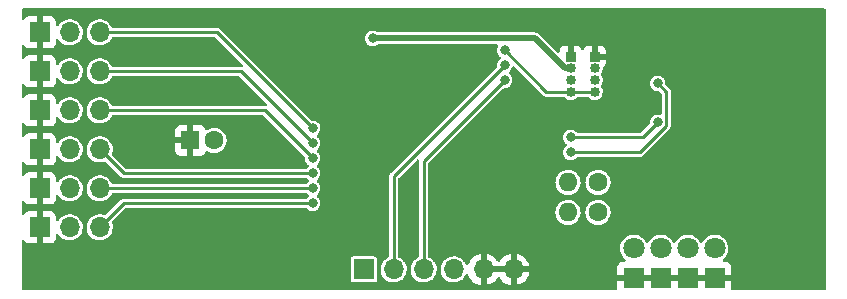
<source format=gbr>
%TF.GenerationSoftware,KiCad,Pcbnew,(6.0.4-0)*%
%TF.CreationDate,2022-09-11T17:37:57+09:00*%
%TF.ProjectId,machinev2,6d616368-696e-4657-9632-2e6b69636164,rev?*%
%TF.SameCoordinates,Original*%
%TF.FileFunction,Copper,L2,Bot*%
%TF.FilePolarity,Positive*%
%FSLAX46Y46*%
G04 Gerber Fmt 4.6, Leading zero omitted, Abs format (unit mm)*
G04 Created by KiCad (PCBNEW (6.0.4-0)) date 2022-09-11 17:37:57*
%MOMM*%
%LPD*%
G01*
G04 APERTURE LIST*
%TA.AperFunction,ComponentPad*%
%ADD10R,1.600000X1.600000*%
%TD*%
%TA.AperFunction,ComponentPad*%
%ADD11C,1.600000*%
%TD*%
%TA.AperFunction,ComponentPad*%
%ADD12O,1.600000X1.600000*%
%TD*%
%TA.AperFunction,ComponentPad*%
%ADD13R,1.700000X1.700000*%
%TD*%
%TA.AperFunction,ComponentPad*%
%ADD14O,1.700000X1.700000*%
%TD*%
%TA.AperFunction,ComponentPad*%
%ADD15R,1.800000X1.800000*%
%TD*%
%TA.AperFunction,ComponentPad*%
%ADD16C,1.800000*%
%TD*%
%TA.AperFunction,ComponentPad*%
%ADD17R,0.850000X0.850000*%
%TD*%
%TA.AperFunction,ComponentPad*%
%ADD18O,0.850000X0.850000*%
%TD*%
%TA.AperFunction,ViaPad*%
%ADD19C,0.800000*%
%TD*%
%TA.AperFunction,Conductor*%
%ADD20C,0.500000*%
%TD*%
%TA.AperFunction,Conductor*%
%ADD21C,0.250000*%
%TD*%
G04 APERTURE END LIST*
D10*
%TO.P,C47uF,1*%
%TO.N,GND*%
X116392888Y-94234000D03*
D11*
%TO.P,C47uF,2*%
%TO.N,Net-(AZ1117CH-3.3TRG1-Pad3)*%
X118392888Y-94234000D03*
%TD*%
%TO.P,RLED2,1*%
%TO.N,Net-(Manual1-Pad2)*%
X150905000Y-100330000D03*
D12*
%TO.P,RLED2,2*%
%TO.N,LED_MANUAL*%
X148365000Y-100330000D03*
%TD*%
D11*
%TO.P,RLED1,1*%
%TO.N,Net-(Auto1-Pad2)*%
X150905000Y-97790000D03*
D12*
%TO.P,RLED1,2*%
%TO.N,LED_AUTO*%
X148365000Y-97790000D03*
%TD*%
D13*
%TO.P,Serial_USB,1,Pin_1*%
%TO.N,unconnected-(Serial_USB-Pad1)*%
X131064000Y-105156000D03*
D14*
%TO.P,Serial_USB,2,Pin_2*%
%TO.N,TXD0*%
X133604000Y-105156000D03*
%TO.P,Serial_USB,3,Pin_3*%
%TO.N,RXD0*%
X136144000Y-105156000D03*
%TO.P,Serial_USB,4,Pin_4*%
%TO.N,VBUS*%
X138684000Y-105156000D03*
%TO.P,Serial_USB,5,Pin_5*%
%TO.N,GND*%
X141224000Y-105156000D03*
%TO.P,Serial_USB,6,Pin_6*%
X143764000Y-105156000D03*
%TD*%
D13*
%TO.P,RECIV,1,Pin_1*%
%TO.N,GND*%
X103632000Y-88392000D03*
D14*
%TO.P,RECIV,2,Pin_2*%
%TO.N,+5V*%
X106172000Y-88392000D03*
%TO.P,RECIV,3,Pin_3*%
%TO.N,RECIV*%
X108712000Y-88392000D03*
%TD*%
D13*
%TO.P,PWM4,1,Pin_1*%
%TO.N,GND*%
X103632000Y-101600000D03*
D14*
%TO.P,PWM4,2,Pin_2*%
%TO.N,+5V*%
X106172000Y-101600000D03*
%TO.P,PWM4,3,Pin_3*%
%TO.N,PWM4*%
X108712000Y-101600000D03*
%TD*%
D13*
%TO.P,PWM3,1,Pin_1*%
%TO.N,GND*%
X103632000Y-98298000D03*
D14*
%TO.P,PWM3,2,Pin_2*%
%TO.N,+5V*%
X106172000Y-98298000D03*
%TO.P,PWM3,3,Pin_3*%
%TO.N,PWM3*%
X108712000Y-98298000D03*
%TD*%
D13*
%TO.P,PWM2,1,Pin_1*%
%TO.N,GND*%
X103632000Y-94996000D03*
D14*
%TO.P,PWM2,2,Pin_2*%
%TO.N,+5V*%
X106172000Y-94996000D03*
%TO.P,PWM2,3,Pin_3*%
%TO.N,PWM2*%
X108712000Y-94996000D03*
%TD*%
D13*
%TO.P,PWM1,1,Pin_1*%
%TO.N,GND*%
X103632000Y-91694000D03*
D14*
%TO.P,PWM1,2,Pin_2*%
%TO.N,+5V*%
X106172000Y-91694000D03*
%TO.P,PWM1,3,Pin_3*%
%TO.N,PWM1*%
X108712000Y-91694000D03*
%TD*%
D15*
%TO.P,Manual2,1,K*%
%TO.N,GND*%
X156210000Y-105918000D03*
D16*
%TO.P,Manual2,2,A*%
%TO.N,Net-(Manual1-Pad2)*%
X156210000Y-103378000D03*
%TD*%
D15*
%TO.P,Manual1,1,K*%
%TO.N,GND*%
X153924000Y-105918000D03*
D16*
%TO.P,Manual1,2,A*%
%TO.N,Net-(Manual1-Pad2)*%
X153924000Y-103378000D03*
%TD*%
D17*
%TO.P,I2C2,1,Pin_1*%
%TO.N,GND*%
X150622000Y-87146000D03*
D18*
%TO.P,I2C2,2,Pin_2*%
%TO.N,+3V3*%
X150622000Y-88146000D03*
%TO.P,I2C2,3,Pin_3*%
%TO.N,SDA*%
X150622000Y-89146000D03*
%TO.P,I2C2,4,Pin_4*%
%TO.N,SCL*%
X150622000Y-90146000D03*
%TD*%
D17*
%TO.P,I2C1,1,Pin_1*%
%TO.N,GND*%
X148590000Y-87146000D03*
D18*
%TO.P,I2C1,2,Pin_2*%
%TO.N,+3V3*%
X148590000Y-88146000D03*
%TO.P,I2C1,3,Pin_3*%
%TO.N,SDA*%
X148590000Y-89146000D03*
%TO.P,I2C1,4,Pin_4*%
%TO.N,SCL*%
X148590000Y-90146000D03*
%TD*%
D13*
%TO.P,ESC,1,Pin_1*%
%TO.N,GND*%
X103632000Y-85090000D03*
D14*
%TO.P,ESC,2,Pin_2*%
%TO.N,+5V*%
X106172000Y-85090000D03*
%TO.P,ESC,3,Pin_3*%
%TO.N,ESC*%
X108712000Y-85090000D03*
%TD*%
D15*
%TO.P,Auto2,1,K*%
%TO.N,GND*%
X160782000Y-105918000D03*
D16*
%TO.P,Auto2,2,A*%
%TO.N,Net-(Auto1-Pad2)*%
X160782000Y-103378000D03*
%TD*%
D15*
%TO.P,Auto1,1,K*%
%TO.N,GND*%
X158496000Y-105918000D03*
D16*
%TO.P,Auto1,2,A*%
%TO.N,Net-(Auto1-Pad2)*%
X158496000Y-103378000D03*
%TD*%
D19*
%TO.N,SCK*%
X148590000Y-93980000D03*
%TO.N,CS*%
X148590000Y-95250000D03*
%TO.N,SCK*%
X155956000Y-92710000D03*
%TO.N,CS*%
X155956000Y-89408000D03*
%TO.N,+3V3*%
X131826000Y-85598000D03*
%TO.N,RXD0*%
X143002000Y-89154000D03*
%TO.N,TXD0*%
X143002000Y-87884000D03*
%TO.N,SCL*%
X143002000Y-86614000D03*
%TO.N,PWM4*%
X126746000Y-99568000D03*
%TO.N,PWM3*%
X126746000Y-98298000D03*
%TO.N,PWM2*%
X126746000Y-97028000D03*
%TO.N,PWM1*%
X126746000Y-95758000D03*
%TO.N,RECIV*%
X126746000Y-94488000D03*
%TO.N,ESC*%
X126746000Y-93218000D03*
%TD*%
D20*
%TO.N,+3V3*%
X148336000Y-88146000D02*
X148090000Y-88146000D01*
X145542000Y-85598000D02*
X131826000Y-85598000D01*
X148336000Y-88146000D02*
X148590000Y-88146000D01*
X148090000Y-88146000D02*
X145542000Y-85598000D01*
D21*
%TO.N,PWM4*%
X126746000Y-99568000D02*
X110744000Y-99568000D01*
X110744000Y-99568000D02*
X108712000Y-101600000D01*
%TO.N,PWM3*%
X126746000Y-98298000D02*
X108712000Y-98298000D01*
%TO.N,PWM2*%
X126746000Y-97028000D02*
X110744000Y-97028000D01*
X110744000Y-97028000D02*
X108712000Y-94996000D01*
%TO.N,PWM1*%
X126746000Y-95758000D02*
X122682000Y-91694000D01*
X122682000Y-91694000D02*
X108712000Y-91694000D01*
%TO.N,RECIV*%
X126746000Y-94488000D02*
X120650000Y-88392000D01*
X120650000Y-88392000D02*
X108712000Y-88392000D01*
%TO.N,ESC*%
X126746000Y-93218000D02*
X118618000Y-85090000D01*
X118618000Y-85090000D02*
X108712000Y-85090000D01*
%TO.N,CS*%
X148590000Y-95250000D02*
X154440614Y-95250000D01*
X156680511Y-93010103D02*
X156680511Y-90132511D01*
X154440614Y-95250000D02*
X156680511Y-93010103D01*
X156680511Y-90132511D02*
X155956000Y-89408000D01*
%TO.N,SCK*%
X148590000Y-93980000D02*
X154686000Y-93980000D01*
X154686000Y-93980000D02*
X155956000Y-92710000D01*
%TO.N,RXD0*%
X136144000Y-105156000D02*
X136144000Y-96012000D01*
X136144000Y-96012000D02*
X143002000Y-89154000D01*
%TO.N,TXD0*%
X133604000Y-105156000D02*
X133604000Y-97282000D01*
X133604000Y-97282000D02*
X143002000Y-87884000D01*
%TO.N,SCL*%
X148590000Y-90146000D02*
X150622000Y-90146000D01*
X143002000Y-86614000D02*
X146534000Y-90146000D01*
X146534000Y-90146000D02*
X148590000Y-90146000D01*
%TD*%
%TA.AperFunction,Conductor*%
%TO.N,GND*%
G36*
X170121621Y-83078502D02*
G01*
X170168114Y-83132158D01*
X170179500Y-83184500D01*
X170179500Y-106807500D01*
X170159498Y-106875621D01*
X170105842Y-106922114D01*
X170053500Y-106933500D01*
X162316000Y-106933500D01*
X162247879Y-106913498D01*
X162201386Y-106859842D01*
X162190000Y-106807500D01*
X162190000Y-106190115D01*
X162185525Y-106174876D01*
X162184135Y-106173671D01*
X162176452Y-106172000D01*
X152534116Y-106172000D01*
X152518877Y-106176475D01*
X152517672Y-106177865D01*
X152516001Y-106185548D01*
X152516001Y-106807500D01*
X152495999Y-106875621D01*
X152442343Y-106922114D01*
X152390001Y-106933500D01*
X102234500Y-106933500D01*
X102166379Y-106913498D01*
X102119886Y-106859842D01*
X102108500Y-106807500D01*
X102108500Y-104280933D01*
X129959500Y-104280933D01*
X129959501Y-106031066D01*
X129974266Y-106105301D01*
X129981161Y-106115620D01*
X129981162Y-106115622D01*
X130018833Y-106172000D01*
X130030516Y-106189484D01*
X130114699Y-106245734D01*
X130188933Y-106260500D01*
X131063858Y-106260500D01*
X131939066Y-106260499D01*
X131974818Y-106253388D01*
X132001126Y-106248156D01*
X132001128Y-106248155D01*
X132013301Y-106245734D01*
X132023621Y-106238839D01*
X132023622Y-106238838D01*
X132087168Y-106196377D01*
X132097484Y-106189484D01*
X132153734Y-106105301D01*
X132168500Y-106031067D01*
X132168499Y-104280934D01*
X132153734Y-104206699D01*
X132127654Y-104167667D01*
X132104377Y-104132832D01*
X132097484Y-104122516D01*
X132013301Y-104066266D01*
X131939067Y-104051500D01*
X131064142Y-104051500D01*
X130188934Y-104051501D01*
X130153182Y-104058612D01*
X130126874Y-104063844D01*
X130126872Y-104063845D01*
X130114699Y-104066266D01*
X130104379Y-104073161D01*
X130104378Y-104073162D01*
X130055256Y-104105985D01*
X130030516Y-104122516D01*
X129974266Y-104206699D01*
X129959500Y-104280933D01*
X102108500Y-104280933D01*
X102108500Y-102776694D01*
X102128502Y-102708573D01*
X102182158Y-102662080D01*
X102252432Y-102651976D01*
X102317012Y-102681470D01*
X102335327Y-102701129D01*
X102413719Y-102805728D01*
X102426276Y-102818285D01*
X102528351Y-102894786D01*
X102543946Y-102903324D01*
X102664394Y-102948478D01*
X102679649Y-102952105D01*
X102730514Y-102957631D01*
X102737328Y-102958000D01*
X103359885Y-102958000D01*
X103375124Y-102953525D01*
X103376329Y-102952135D01*
X103378000Y-102944452D01*
X103378000Y-102939884D01*
X103886000Y-102939884D01*
X103890475Y-102955123D01*
X103891865Y-102956328D01*
X103899548Y-102957999D01*
X104526669Y-102957999D01*
X104533490Y-102957629D01*
X104584352Y-102952105D01*
X104599604Y-102948479D01*
X104720054Y-102903324D01*
X104735649Y-102894786D01*
X104837724Y-102818285D01*
X104850285Y-102805724D01*
X104926786Y-102703649D01*
X104935324Y-102688054D01*
X104980478Y-102567606D01*
X104984105Y-102552351D01*
X104989631Y-102501486D01*
X104990000Y-102494672D01*
X104990000Y-102237976D01*
X105010002Y-102169855D01*
X105063658Y-102123362D01*
X105133932Y-102113258D01*
X105198512Y-102142752D01*
X105218895Y-102165254D01*
X105328533Y-102320389D01*
X105473938Y-102462035D01*
X105478742Y-102465245D01*
X105532980Y-102501486D01*
X105642720Y-102574812D01*
X105648023Y-102577090D01*
X105648026Y-102577092D01*
X105736707Y-102615192D01*
X105829228Y-102654942D01*
X105902244Y-102671464D01*
X106021579Y-102698467D01*
X106021584Y-102698468D01*
X106027216Y-102699742D01*
X106032987Y-102699969D01*
X106032989Y-102699969D01*
X106092756Y-102702317D01*
X106230053Y-102707712D01*
X106330499Y-102693148D01*
X106425231Y-102679413D01*
X106425236Y-102679412D01*
X106430945Y-102678584D01*
X106436409Y-102676729D01*
X106436414Y-102676728D01*
X106617693Y-102615192D01*
X106617698Y-102615190D01*
X106623165Y-102613334D01*
X106800276Y-102514147D01*
X106815500Y-102501486D01*
X106951913Y-102388031D01*
X106956345Y-102384345D01*
X106989130Y-102344926D01*
X107082453Y-102232718D01*
X107082455Y-102232715D01*
X107086147Y-102228276D01*
X107185334Y-102051165D01*
X107187190Y-102045698D01*
X107187192Y-102045693D01*
X107248728Y-101864414D01*
X107248729Y-101864409D01*
X107250584Y-101858945D01*
X107251412Y-101853236D01*
X107251413Y-101853231D01*
X107279179Y-101661727D01*
X107279712Y-101658053D01*
X107281232Y-101600000D01*
X107278564Y-101570964D01*
X107603148Y-101570964D01*
X107616424Y-101773522D01*
X107617845Y-101779118D01*
X107617846Y-101779123D01*
X107638119Y-101858945D01*
X107666392Y-101970269D01*
X107668809Y-101975512D01*
X107706010Y-102056208D01*
X107751377Y-102154616D01*
X107868533Y-102320389D01*
X108013938Y-102462035D01*
X108018742Y-102465245D01*
X108072980Y-102501486D01*
X108182720Y-102574812D01*
X108188023Y-102577090D01*
X108188026Y-102577092D01*
X108276707Y-102615192D01*
X108369228Y-102654942D01*
X108442244Y-102671464D01*
X108561579Y-102698467D01*
X108561584Y-102698468D01*
X108567216Y-102699742D01*
X108572987Y-102699969D01*
X108572989Y-102699969D01*
X108632756Y-102702317D01*
X108770053Y-102707712D01*
X108870499Y-102693148D01*
X108965231Y-102679413D01*
X108965236Y-102679412D01*
X108970945Y-102678584D01*
X108976409Y-102676729D01*
X108976414Y-102676728D01*
X109157693Y-102615192D01*
X109157698Y-102615190D01*
X109163165Y-102613334D01*
X109340276Y-102514147D01*
X109355500Y-102501486D01*
X109491913Y-102388031D01*
X109496345Y-102384345D01*
X109529130Y-102344926D01*
X109622453Y-102232718D01*
X109622455Y-102232715D01*
X109626147Y-102228276D01*
X109725334Y-102051165D01*
X109727190Y-102045698D01*
X109727192Y-102045693D01*
X109788728Y-101864414D01*
X109788729Y-101864409D01*
X109790584Y-101858945D01*
X109791412Y-101853236D01*
X109791413Y-101853231D01*
X109819179Y-101661727D01*
X109819712Y-101658053D01*
X109821232Y-101600000D01*
X109802658Y-101397859D01*
X109800058Y-101388641D01*
X109749127Y-101208053D01*
X109749126Y-101208051D01*
X109747557Y-101202487D01*
X109748058Y-101202346D01*
X109742618Y-101135289D01*
X109776894Y-101071800D01*
X110864289Y-99984405D01*
X110926601Y-99950379D01*
X110953384Y-99947500D01*
X126146141Y-99947500D01*
X126214262Y-99967502D01*
X126241522Y-99991169D01*
X126242672Y-99992501D01*
X126246908Y-99998805D01*
X126364076Y-100105419D01*
X126503293Y-100181008D01*
X126656522Y-100221207D01*
X126740477Y-100222526D01*
X126807319Y-100223576D01*
X126807322Y-100223576D01*
X126814916Y-100223695D01*
X126969332Y-100188329D01*
X127039742Y-100152917D01*
X127104072Y-100120563D01*
X127104075Y-100120561D01*
X127110855Y-100117151D01*
X127116626Y-100112222D01*
X127116629Y-100112220D01*
X127225536Y-100019204D01*
X127225536Y-100019203D01*
X127231314Y-100014269D01*
X127323755Y-99885624D01*
X127382842Y-99738641D01*
X127397181Y-99637884D01*
X127404581Y-99585891D01*
X127404581Y-99585888D01*
X127405162Y-99581807D01*
X127405307Y-99568000D01*
X127386276Y-99410733D01*
X127330280Y-99262546D01*
X127306767Y-99228334D01*
X127244855Y-99138251D01*
X127244854Y-99138249D01*
X127240553Y-99131992D01*
X127122275Y-99026611D01*
X127124413Y-99024211D01*
X127089021Y-98980286D01*
X127081436Y-98909696D01*
X127113220Y-98846211D01*
X127123602Y-98836264D01*
X127225536Y-98749204D01*
X127225536Y-98749203D01*
X127231314Y-98744269D01*
X127323755Y-98615624D01*
X127382842Y-98468641D01*
X127405162Y-98311807D01*
X127405307Y-98298000D01*
X127386276Y-98140733D01*
X127330280Y-97992546D01*
X127279390Y-97918500D01*
X127244855Y-97868251D01*
X127244854Y-97868249D01*
X127240553Y-97861992D01*
X127225105Y-97848228D01*
X127122275Y-97756611D01*
X127124413Y-97754211D01*
X127089021Y-97710286D01*
X127081436Y-97639696D01*
X127113220Y-97576211D01*
X127123602Y-97566264D01*
X127225536Y-97479204D01*
X127225536Y-97479203D01*
X127231314Y-97474269D01*
X127323755Y-97345624D01*
X127382842Y-97198641D01*
X127390046Y-97148021D01*
X127404581Y-97045891D01*
X127404581Y-97045888D01*
X127405162Y-97041807D01*
X127405307Y-97028000D01*
X127386276Y-96870733D01*
X127330280Y-96722546D01*
X127279390Y-96648500D01*
X127244855Y-96598251D01*
X127244854Y-96598249D01*
X127240553Y-96591992D01*
X127122275Y-96486611D01*
X127124413Y-96484211D01*
X127089021Y-96440286D01*
X127081436Y-96369696D01*
X127113220Y-96306211D01*
X127123602Y-96296264D01*
X127225536Y-96209204D01*
X127225536Y-96209203D01*
X127231314Y-96204269D01*
X127323755Y-96075624D01*
X127382842Y-95928641D01*
X127396129Y-95835281D01*
X127404581Y-95775891D01*
X127404581Y-95775888D01*
X127405162Y-95771807D01*
X127405307Y-95758000D01*
X127403561Y-95743567D01*
X127396107Y-95681974D01*
X127386276Y-95600733D01*
X127330280Y-95452546D01*
X127270984Y-95366269D01*
X127244855Y-95328251D01*
X127244854Y-95328249D01*
X127240553Y-95321992D01*
X127188760Y-95275846D01*
X127122275Y-95216611D01*
X127124413Y-95214211D01*
X127089021Y-95170286D01*
X127081436Y-95099696D01*
X127113220Y-95036211D01*
X127123602Y-95026264D01*
X127225536Y-94939204D01*
X127225536Y-94939203D01*
X127231314Y-94934269D01*
X127323755Y-94805624D01*
X127382842Y-94658641D01*
X127395161Y-94572080D01*
X127404581Y-94505891D01*
X127404581Y-94505888D01*
X127405162Y-94501807D01*
X127405231Y-94495265D01*
X127405264Y-94492134D01*
X127405264Y-94492128D01*
X127405307Y-94488000D01*
X127386276Y-94330733D01*
X127330280Y-94182546D01*
X127287232Y-94119911D01*
X127244855Y-94058251D01*
X127244854Y-94058249D01*
X127240553Y-94051992D01*
X127220721Y-94034322D01*
X127122275Y-93946611D01*
X127124413Y-93944211D01*
X127089021Y-93900286D01*
X127081436Y-93829696D01*
X127113220Y-93766211D01*
X127123602Y-93756264D01*
X127225536Y-93669204D01*
X127225536Y-93669203D01*
X127231314Y-93664269D01*
X127323755Y-93535624D01*
X127382842Y-93388641D01*
X127401945Y-93254412D01*
X127404581Y-93235891D01*
X127404581Y-93235888D01*
X127405162Y-93231807D01*
X127405307Y-93218000D01*
X127402639Y-93195948D01*
X127392102Y-93108880D01*
X127386276Y-93060733D01*
X127330280Y-92912546D01*
X127253950Y-92801485D01*
X127244855Y-92788251D01*
X127244854Y-92788249D01*
X127240553Y-92781992D01*
X127227911Y-92770728D01*
X127152001Y-92703096D01*
X127122275Y-92676611D01*
X127111852Y-92671092D01*
X126998305Y-92610972D01*
X126982274Y-92602484D01*
X126828633Y-92563892D01*
X126821034Y-92563852D01*
X126821033Y-92563852D01*
X126760626Y-92563536D01*
X126679335Y-92563110D01*
X126611321Y-92542752D01*
X126590901Y-92526207D01*
X119655790Y-85591096D01*
X131166729Y-85591096D01*
X131171328Y-85632752D01*
X131181261Y-85722718D01*
X131184113Y-85748553D01*
X131186723Y-85755684D01*
X131186723Y-85755686D01*
X131231495Y-85878031D01*
X131238553Y-85897319D01*
X131242789Y-85903622D01*
X131242789Y-85903623D01*
X131301831Y-85991486D01*
X131326908Y-86028805D01*
X131332527Y-86033918D01*
X131332528Y-86033919D01*
X131366479Y-86064812D01*
X131444076Y-86135419D01*
X131583293Y-86211008D01*
X131736522Y-86251207D01*
X131820477Y-86252526D01*
X131887319Y-86253576D01*
X131887322Y-86253576D01*
X131894916Y-86253695D01*
X132049332Y-86218329D01*
X132129534Y-86177992D01*
X132184072Y-86150563D01*
X132184075Y-86150561D01*
X132190855Y-86147151D01*
X132207789Y-86132688D01*
X132272579Y-86103658D01*
X132289619Y-86102500D01*
X142318912Y-86102500D01*
X142387033Y-86122502D01*
X142433526Y-86176158D01*
X142443630Y-86246432D01*
X142426949Y-86288484D01*
X142428908Y-86289534D01*
X142425320Y-86296227D01*
X142420950Y-86302444D01*
X142418190Y-86309524D01*
X142366487Y-86442135D01*
X142363406Y-86450037D01*
X142362414Y-86457570D01*
X142362414Y-86457571D01*
X142361127Y-86467351D01*
X142342729Y-86607096D01*
X142345016Y-86627807D01*
X142355518Y-86722930D01*
X142360113Y-86764553D01*
X142362723Y-86771684D01*
X142362723Y-86771686D01*
X142405114Y-86887525D01*
X142414553Y-86913319D01*
X142418789Y-86919622D01*
X142418789Y-86919623D01*
X142497581Y-87036877D01*
X142502908Y-87044805D01*
X142508527Y-87049918D01*
X142508528Y-87049919D01*
X142551122Y-87088676D01*
X142615374Y-87147141D01*
X142615376Y-87147143D01*
X142620076Y-87151419D01*
X142619364Y-87152202D01*
X142658993Y-87202488D01*
X142665813Y-87273156D01*
X142633345Y-87336294D01*
X142624895Y-87344386D01*
X142512039Y-87442838D01*
X142420950Y-87572444D01*
X142400597Y-87624648D01*
X142375014Y-87690265D01*
X142363406Y-87720037D01*
X142362414Y-87727570D01*
X142362414Y-87727571D01*
X142344209Y-87865856D01*
X142342729Y-87877096D01*
X142343563Y-87884647D01*
X142348963Y-87933566D01*
X142336557Y-88003470D01*
X142312819Y-88036487D01*
X133373784Y-96975522D01*
X133355036Y-96990664D01*
X133353811Y-96991779D01*
X133345060Y-96997429D01*
X133338613Y-97005607D01*
X133338611Y-97005609D01*
X133324271Y-97023800D01*
X133320325Y-97028241D01*
X133320398Y-97028303D01*
X133317039Y-97032267D01*
X133313362Y-97035944D01*
X133302108Y-97051692D01*
X133298602Y-97056362D01*
X133266844Y-97096647D01*
X133263812Y-97105281D01*
X133258486Y-97112734D01*
X133255501Y-97122715D01*
X133243799Y-97161844D01*
X133241964Y-97167492D01*
X133230952Y-97198851D01*
X133224982Y-97215851D01*
X133224500Y-97221416D01*
X133224500Y-97224124D01*
X133224386Y-97226758D01*
X133224357Y-97226856D01*
X133224193Y-97226849D01*
X133224149Y-97227553D01*
X133222287Y-97233778D01*
X133222696Y-97244183D01*
X133224403Y-97287635D01*
X133224500Y-97292582D01*
X133224500Y-104030839D01*
X133204498Y-104098960D01*
X133150842Y-104145453D01*
X133142118Y-104149049D01*
X133126463Y-104154824D01*
X132952010Y-104258612D01*
X132947670Y-104262418D01*
X132947666Y-104262421D01*
X132866398Y-104333692D01*
X132799392Y-104392455D01*
X132673720Y-104551869D01*
X132671031Y-104556980D01*
X132671029Y-104556983D01*
X132658073Y-104581609D01*
X132579203Y-104731515D01*
X132519007Y-104925378D01*
X132495148Y-105126964D01*
X132508424Y-105329522D01*
X132509845Y-105335118D01*
X132509846Y-105335123D01*
X132536187Y-105438837D01*
X132558392Y-105526269D01*
X132560809Y-105531512D01*
X132598010Y-105612208D01*
X132643377Y-105710616D01*
X132646710Y-105715332D01*
X132750384Y-105862028D01*
X132760533Y-105876389D01*
X132905938Y-106018035D01*
X133074720Y-106130812D01*
X133080023Y-106133090D01*
X133080026Y-106133092D01*
X133255921Y-106208662D01*
X133261228Y-106210942D01*
X133334244Y-106227464D01*
X133453579Y-106254467D01*
X133453584Y-106254468D01*
X133459216Y-106255742D01*
X133464987Y-106255969D01*
X133464989Y-106255969D01*
X133524756Y-106258317D01*
X133662053Y-106263712D01*
X133769348Y-106248155D01*
X133857231Y-106235413D01*
X133857236Y-106235412D01*
X133862945Y-106234584D01*
X133868409Y-106232729D01*
X133868414Y-106232728D01*
X134049693Y-106171192D01*
X134049698Y-106171190D01*
X134055165Y-106169334D01*
X134232276Y-106070147D01*
X134271969Y-106037135D01*
X134359696Y-105964172D01*
X134388345Y-105940345D01*
X134492697Y-105814876D01*
X134514453Y-105788718D01*
X134514455Y-105788715D01*
X134518147Y-105784276D01*
X134586475Y-105662267D01*
X134614510Y-105612208D01*
X134614511Y-105612206D01*
X134617334Y-105607165D01*
X134619190Y-105601698D01*
X134619192Y-105601693D01*
X134680728Y-105420414D01*
X134680729Y-105420409D01*
X134682584Y-105414945D01*
X134683412Y-105409236D01*
X134683413Y-105409231D01*
X134711179Y-105217727D01*
X134711712Y-105214053D01*
X134713232Y-105156000D01*
X134695821Y-104966514D01*
X134695187Y-104959613D01*
X134695186Y-104959610D01*
X134694658Y-104953859D01*
X134693090Y-104948299D01*
X134641125Y-104764046D01*
X134641124Y-104764044D01*
X134639557Y-104758487D01*
X134628978Y-104737033D01*
X134552331Y-104581609D01*
X134549776Y-104576428D01*
X134533874Y-104555132D01*
X134500447Y-104510369D01*
X134428320Y-104413779D01*
X134279258Y-104275987D01*
X134274375Y-104272906D01*
X134274371Y-104272903D01*
X134112464Y-104170748D01*
X134107581Y-104167667D01*
X134062810Y-104149805D01*
X134006951Y-104105985D01*
X133983500Y-104032775D01*
X133983500Y-97491384D01*
X134003502Y-97423263D01*
X134020405Y-97402289D01*
X135547900Y-95874794D01*
X135610212Y-95840768D01*
X135681027Y-95845833D01*
X135737863Y-95888380D01*
X135762674Y-95954900D01*
X135762447Y-95963242D01*
X135762287Y-95963778D01*
X135762373Y-95965970D01*
X135762373Y-95965974D01*
X135764403Y-96017635D01*
X135764500Y-96022582D01*
X135764500Y-104030839D01*
X135744498Y-104098960D01*
X135690842Y-104145453D01*
X135682118Y-104149049D01*
X135666463Y-104154824D01*
X135492010Y-104258612D01*
X135487670Y-104262418D01*
X135487666Y-104262421D01*
X135406398Y-104333692D01*
X135339392Y-104392455D01*
X135213720Y-104551869D01*
X135211031Y-104556980D01*
X135211029Y-104556983D01*
X135198073Y-104581609D01*
X135119203Y-104731515D01*
X135059007Y-104925378D01*
X135035148Y-105126964D01*
X135048424Y-105329522D01*
X135049845Y-105335118D01*
X135049846Y-105335123D01*
X135076187Y-105438837D01*
X135098392Y-105526269D01*
X135100809Y-105531512D01*
X135138010Y-105612208D01*
X135183377Y-105710616D01*
X135186710Y-105715332D01*
X135290384Y-105862028D01*
X135300533Y-105876389D01*
X135445938Y-106018035D01*
X135614720Y-106130812D01*
X135620023Y-106133090D01*
X135620026Y-106133092D01*
X135795921Y-106208662D01*
X135801228Y-106210942D01*
X135874244Y-106227464D01*
X135993579Y-106254467D01*
X135993584Y-106254468D01*
X135999216Y-106255742D01*
X136004987Y-106255969D01*
X136004989Y-106255969D01*
X136064756Y-106258317D01*
X136202053Y-106263712D01*
X136309348Y-106248155D01*
X136397231Y-106235413D01*
X136397236Y-106235412D01*
X136402945Y-106234584D01*
X136408409Y-106232729D01*
X136408414Y-106232728D01*
X136589693Y-106171192D01*
X136589698Y-106171190D01*
X136595165Y-106169334D01*
X136772276Y-106070147D01*
X136811969Y-106037135D01*
X136899696Y-105964172D01*
X136928345Y-105940345D01*
X137032697Y-105814876D01*
X137054453Y-105788718D01*
X137054455Y-105788715D01*
X137058147Y-105784276D01*
X137126475Y-105662267D01*
X137154510Y-105612208D01*
X137154511Y-105612206D01*
X137157334Y-105607165D01*
X137159190Y-105601698D01*
X137159192Y-105601693D01*
X137220728Y-105420414D01*
X137220729Y-105420409D01*
X137222584Y-105414945D01*
X137223412Y-105409236D01*
X137223413Y-105409231D01*
X137251179Y-105217727D01*
X137251712Y-105214053D01*
X137253232Y-105156000D01*
X137250564Y-105126964D01*
X137575148Y-105126964D01*
X137588424Y-105329522D01*
X137589845Y-105335118D01*
X137589846Y-105335123D01*
X137616187Y-105438837D01*
X137638392Y-105526269D01*
X137640809Y-105531512D01*
X137678010Y-105612208D01*
X137723377Y-105710616D01*
X137726710Y-105715332D01*
X137830384Y-105862028D01*
X137840533Y-105876389D01*
X137985938Y-106018035D01*
X138154720Y-106130812D01*
X138160023Y-106133090D01*
X138160026Y-106133092D01*
X138335921Y-106208662D01*
X138341228Y-106210942D01*
X138414244Y-106227464D01*
X138533579Y-106254467D01*
X138533584Y-106254468D01*
X138539216Y-106255742D01*
X138544987Y-106255969D01*
X138544989Y-106255969D01*
X138604756Y-106258317D01*
X138742053Y-106263712D01*
X138849348Y-106248155D01*
X138937231Y-106235413D01*
X138937236Y-106235412D01*
X138942945Y-106234584D01*
X138948409Y-106232729D01*
X138948414Y-106232728D01*
X139129693Y-106171192D01*
X139129698Y-106171190D01*
X139135165Y-106169334D01*
X139312276Y-106070147D01*
X139351969Y-106037135D01*
X139439696Y-105964172D01*
X139468345Y-105940345D01*
X139572697Y-105814876D01*
X139594453Y-105788718D01*
X139594455Y-105788715D01*
X139598147Y-105784276D01*
X139666475Y-105662267D01*
X139694510Y-105612208D01*
X139694511Y-105612206D01*
X139697334Y-105607165D01*
X139699720Y-105600135D01*
X139700170Y-105599496D01*
X139701541Y-105596416D01*
X139702146Y-105596685D01*
X139740553Y-105542059D01*
X139806305Y-105515278D01*
X139876098Y-105528295D01*
X139927773Y-105576980D01*
X139935777Y-105593229D01*
X140005770Y-105765603D01*
X140010413Y-105774794D01*
X140121694Y-105956388D01*
X140127777Y-105964699D01*
X140267213Y-106125667D01*
X140274580Y-106132883D01*
X140438434Y-106268916D01*
X140446881Y-106274831D01*
X140630756Y-106382279D01*
X140640042Y-106386729D01*
X140839001Y-106462703D01*
X140848899Y-106465579D01*
X140952250Y-106486606D01*
X140966299Y-106485410D01*
X140970000Y-106475065D01*
X140970000Y-106474517D01*
X141478000Y-106474517D01*
X141482064Y-106488359D01*
X141495478Y-106490393D01*
X141502184Y-106489534D01*
X141512262Y-106487392D01*
X141716255Y-106426191D01*
X141725842Y-106422433D01*
X141917095Y-106328739D01*
X141925945Y-106323464D01*
X142099328Y-106199792D01*
X142107200Y-106193139D01*
X142258052Y-106042812D01*
X142264730Y-106034965D01*
X142392022Y-105857819D01*
X142393147Y-105858627D01*
X142440669Y-105814876D01*
X142510607Y-105802661D01*
X142576046Y-105830197D01*
X142603870Y-105862028D01*
X142661690Y-105956383D01*
X142667777Y-105964699D01*
X142807213Y-106125667D01*
X142814580Y-106132883D01*
X142978434Y-106268916D01*
X142986881Y-106274831D01*
X143170756Y-106382279D01*
X143180042Y-106386729D01*
X143379001Y-106462703D01*
X143388899Y-106465579D01*
X143492250Y-106486606D01*
X143506299Y-106485410D01*
X143510000Y-106475065D01*
X143510000Y-106474517D01*
X144018000Y-106474517D01*
X144022064Y-106488359D01*
X144035478Y-106490393D01*
X144042184Y-106489534D01*
X144052262Y-106487392D01*
X144256255Y-106426191D01*
X144265842Y-106422433D01*
X144457095Y-106328739D01*
X144465945Y-106323464D01*
X144639328Y-106199792D01*
X144647200Y-106193139D01*
X144798052Y-106042812D01*
X144804730Y-106034965D01*
X144929003Y-105862020D01*
X144934313Y-105853183D01*
X145028670Y-105662267D01*
X145032469Y-105652672D01*
X145034531Y-105645885D01*
X152516000Y-105645885D01*
X152520475Y-105661124D01*
X152521865Y-105662329D01*
X152529548Y-105664000D01*
X162171884Y-105664000D01*
X162187123Y-105659525D01*
X162188328Y-105658135D01*
X162189999Y-105650452D01*
X162189999Y-104973331D01*
X162189629Y-104966510D01*
X162184105Y-104915648D01*
X162180479Y-104900396D01*
X162135324Y-104779946D01*
X162126786Y-104764351D01*
X162050285Y-104662276D01*
X162037724Y-104649715D01*
X161935649Y-104573214D01*
X161920054Y-104564676D01*
X161799606Y-104519522D01*
X161784351Y-104515895D01*
X161733486Y-104510369D01*
X161726672Y-104510000D01*
X161575081Y-104510000D01*
X161506960Y-104489998D01*
X161460467Y-104436342D01*
X161450363Y-104366068D01*
X161479857Y-104301488D01*
X161494512Y-104287126D01*
X161597414Y-104201543D01*
X161601852Y-104197852D01*
X161737530Y-104034717D01*
X161740354Y-104029674D01*
X161740357Y-104029670D01*
X161838383Y-103854632D01*
X161838384Y-103854630D01*
X161841207Y-103849589D01*
X161909410Y-103648667D01*
X161921545Y-103564979D01*
X161939324Y-103442355D01*
X161939857Y-103438681D01*
X161941446Y-103378000D01*
X161922031Y-103166708D01*
X161864436Y-102962492D01*
X161861397Y-102956328D01*
X161773145Y-102777372D01*
X161773144Y-102777371D01*
X161770590Y-102772191D01*
X161717526Y-102701129D01*
X161647089Y-102606803D01*
X161647088Y-102606802D01*
X161643636Y-102602179D01*
X161616497Y-102577092D01*
X161492066Y-102462069D01*
X161492063Y-102462067D01*
X161487826Y-102458150D01*
X161308377Y-102344926D01*
X161111300Y-102266300D01*
X161105643Y-102265175D01*
X161105637Y-102265173D01*
X160908863Y-102226033D01*
X160908859Y-102226033D01*
X160903195Y-102224906D01*
X160897420Y-102224830D01*
X160897416Y-102224830D01*
X160790804Y-102223434D01*
X160691031Y-102222128D01*
X160685334Y-102223107D01*
X160685333Y-102223107D01*
X160487610Y-102257082D01*
X160481913Y-102258061D01*
X160282846Y-102331501D01*
X160277885Y-102334453D01*
X160277884Y-102334453D01*
X160105463Y-102437032D01*
X160105460Y-102437034D01*
X160100495Y-102439988D01*
X160096155Y-102443794D01*
X160096151Y-102443797D01*
X160038140Y-102494672D01*
X159940968Y-102579890D01*
X159937393Y-102584425D01*
X159937392Y-102584426D01*
X159845391Y-102701129D01*
X159809607Y-102746520D01*
X159806917Y-102751633D01*
X159750446Y-102858965D01*
X159701027Y-102909937D01*
X159631894Y-102926100D01*
X159564998Y-102902321D01*
X159525932Y-102856025D01*
X159487145Y-102777371D01*
X159487142Y-102777367D01*
X159484590Y-102772191D01*
X159431526Y-102701129D01*
X159361089Y-102606803D01*
X159361088Y-102606802D01*
X159357636Y-102602179D01*
X159330497Y-102577092D01*
X159206066Y-102462069D01*
X159206063Y-102462067D01*
X159201826Y-102458150D01*
X159022377Y-102344926D01*
X158825300Y-102266300D01*
X158819643Y-102265175D01*
X158819637Y-102265173D01*
X158622863Y-102226033D01*
X158622859Y-102226033D01*
X158617195Y-102224906D01*
X158611420Y-102224830D01*
X158611416Y-102224830D01*
X158504804Y-102223434D01*
X158405031Y-102222128D01*
X158399334Y-102223107D01*
X158399333Y-102223107D01*
X158201610Y-102257082D01*
X158195913Y-102258061D01*
X157996846Y-102331501D01*
X157991885Y-102334453D01*
X157991884Y-102334453D01*
X157819463Y-102437032D01*
X157819460Y-102437034D01*
X157814495Y-102439988D01*
X157810155Y-102443794D01*
X157810151Y-102443797D01*
X157752140Y-102494672D01*
X157654968Y-102579890D01*
X157651393Y-102584425D01*
X157651392Y-102584426D01*
X157559391Y-102701129D01*
X157523607Y-102746520D01*
X157520917Y-102751633D01*
X157464446Y-102858965D01*
X157415027Y-102909937D01*
X157345894Y-102926100D01*
X157278998Y-102902321D01*
X157239932Y-102856025D01*
X157201145Y-102777371D01*
X157201142Y-102777367D01*
X157198590Y-102772191D01*
X157145526Y-102701129D01*
X157075089Y-102606803D01*
X157075088Y-102606802D01*
X157071636Y-102602179D01*
X157044497Y-102577092D01*
X156920066Y-102462069D01*
X156920063Y-102462067D01*
X156915826Y-102458150D01*
X156736377Y-102344926D01*
X156539300Y-102266300D01*
X156533643Y-102265175D01*
X156533637Y-102265173D01*
X156336863Y-102226033D01*
X156336859Y-102226033D01*
X156331195Y-102224906D01*
X156325420Y-102224830D01*
X156325416Y-102224830D01*
X156218804Y-102223434D01*
X156119031Y-102222128D01*
X156113334Y-102223107D01*
X156113333Y-102223107D01*
X155915610Y-102257082D01*
X155909913Y-102258061D01*
X155710846Y-102331501D01*
X155705885Y-102334453D01*
X155705884Y-102334453D01*
X155533463Y-102437032D01*
X155533460Y-102437034D01*
X155528495Y-102439988D01*
X155524155Y-102443794D01*
X155524151Y-102443797D01*
X155466140Y-102494672D01*
X155368968Y-102579890D01*
X155365393Y-102584425D01*
X155365392Y-102584426D01*
X155273391Y-102701129D01*
X155237607Y-102746520D01*
X155234917Y-102751633D01*
X155178446Y-102858965D01*
X155129027Y-102909937D01*
X155059894Y-102926100D01*
X154992998Y-102902321D01*
X154953932Y-102856025D01*
X154915145Y-102777371D01*
X154915142Y-102777367D01*
X154912590Y-102772191D01*
X154859526Y-102701129D01*
X154789089Y-102606803D01*
X154789088Y-102606802D01*
X154785636Y-102602179D01*
X154758497Y-102577092D01*
X154634066Y-102462069D01*
X154634063Y-102462067D01*
X154629826Y-102458150D01*
X154450377Y-102344926D01*
X154253300Y-102266300D01*
X154247643Y-102265175D01*
X154247637Y-102265173D01*
X154050863Y-102226033D01*
X154050859Y-102226033D01*
X154045195Y-102224906D01*
X154039420Y-102224830D01*
X154039416Y-102224830D01*
X153932804Y-102223434D01*
X153833031Y-102222128D01*
X153827334Y-102223107D01*
X153827333Y-102223107D01*
X153629610Y-102257082D01*
X153623913Y-102258061D01*
X153424846Y-102331501D01*
X153419885Y-102334453D01*
X153419884Y-102334453D01*
X153247463Y-102437032D01*
X153247460Y-102437034D01*
X153242495Y-102439988D01*
X153238155Y-102443794D01*
X153238151Y-102443797D01*
X153180140Y-102494672D01*
X153082968Y-102579890D01*
X153079393Y-102584425D01*
X153079392Y-102584426D01*
X152987391Y-102701129D01*
X152951607Y-102746520D01*
X152852812Y-102934299D01*
X152789891Y-103136938D01*
X152764951Y-103347649D01*
X152778829Y-103559377D01*
X152831058Y-103765031D01*
X152919890Y-103957723D01*
X153042350Y-104131000D01*
X153060880Y-104149051D01*
X153177258Y-104262421D01*
X153194337Y-104279059D01*
X153199136Y-104282266D01*
X153203628Y-104285903D01*
X153201925Y-104288006D01*
X153240121Y-104333692D01*
X153248981Y-104404134D01*
X153218351Y-104468183D01*
X153157956Y-104505506D01*
X153124600Y-104510001D01*
X152979331Y-104510001D01*
X152972510Y-104510371D01*
X152921648Y-104515895D01*
X152906396Y-104519521D01*
X152785946Y-104564676D01*
X152770351Y-104573214D01*
X152668276Y-104649715D01*
X152655715Y-104662276D01*
X152579214Y-104764351D01*
X152570676Y-104779946D01*
X152525522Y-104900394D01*
X152521895Y-104915649D01*
X152516369Y-104966514D01*
X152516000Y-104973328D01*
X152516000Y-105645885D01*
X145034531Y-105645885D01*
X145094377Y-105448910D01*
X145096555Y-105438837D01*
X145097986Y-105427962D01*
X145095775Y-105413778D01*
X145082617Y-105410000D01*
X144036115Y-105410000D01*
X144020876Y-105414475D01*
X144019671Y-105415865D01*
X144018000Y-105423548D01*
X144018000Y-106474517D01*
X143510000Y-106474517D01*
X143510000Y-105428115D01*
X143505525Y-105412876D01*
X143504135Y-105411671D01*
X143496452Y-105410000D01*
X141496115Y-105410000D01*
X141480876Y-105414475D01*
X141479671Y-105415865D01*
X141478000Y-105423548D01*
X141478000Y-106474517D01*
X140970000Y-106474517D01*
X140970000Y-104883885D01*
X141478000Y-104883885D01*
X141482475Y-104899124D01*
X141483865Y-104900329D01*
X141491548Y-104902000D01*
X143491885Y-104902000D01*
X143507124Y-104897525D01*
X143508329Y-104896135D01*
X143510000Y-104888452D01*
X143510000Y-104883885D01*
X144018000Y-104883885D01*
X144022475Y-104899124D01*
X144023865Y-104900329D01*
X144031548Y-104902000D01*
X145082344Y-104902000D01*
X145095875Y-104898027D01*
X145097180Y-104888947D01*
X145055214Y-104721875D01*
X145051894Y-104712124D01*
X144966972Y-104516814D01*
X144962105Y-104507739D01*
X144846426Y-104328926D01*
X144840136Y-104320757D01*
X144696806Y-104163240D01*
X144689273Y-104156215D01*
X144522139Y-104024222D01*
X144513552Y-104018517D01*
X144327117Y-103915599D01*
X144317705Y-103911369D01*
X144116959Y-103840280D01*
X144106988Y-103837646D01*
X144035837Y-103824972D01*
X144022540Y-103826432D01*
X144018000Y-103840989D01*
X144018000Y-104883885D01*
X143510000Y-104883885D01*
X143510000Y-103839102D01*
X143506082Y-103825758D01*
X143491806Y-103823771D01*
X143453324Y-103829660D01*
X143443288Y-103832051D01*
X143240868Y-103898212D01*
X143231359Y-103902209D01*
X143042463Y-104000542D01*
X143033738Y-104006036D01*
X142863433Y-104133905D01*
X142855726Y-104140748D01*
X142708590Y-104294717D01*
X142702104Y-104302727D01*
X142597193Y-104456521D01*
X142542282Y-104501524D01*
X142471757Y-104509695D01*
X142408010Y-104478441D01*
X142387313Y-104453957D01*
X142306427Y-104328926D01*
X142300136Y-104320757D01*
X142156806Y-104163240D01*
X142149273Y-104156215D01*
X141982139Y-104024222D01*
X141973552Y-104018517D01*
X141787117Y-103915599D01*
X141777705Y-103911369D01*
X141576959Y-103840280D01*
X141566988Y-103837646D01*
X141495837Y-103824972D01*
X141482540Y-103826432D01*
X141478000Y-103840989D01*
X141478000Y-104883885D01*
X140970000Y-104883885D01*
X140970000Y-103839102D01*
X140966082Y-103825758D01*
X140951806Y-103823771D01*
X140913324Y-103829660D01*
X140903288Y-103832051D01*
X140700868Y-103898212D01*
X140691359Y-103902209D01*
X140502463Y-104000542D01*
X140493738Y-104006036D01*
X140323433Y-104133905D01*
X140315726Y-104140748D01*
X140168590Y-104294717D01*
X140162104Y-104302727D01*
X140042098Y-104478649D01*
X140037000Y-104487623D01*
X139947338Y-104680783D01*
X139943777Y-104690464D01*
X139939291Y-104706640D01*
X139901813Y-104766939D01*
X139837684Y-104797403D01*
X139767266Y-104788360D01*
X139712915Y-104742682D01*
X139704867Y-104728698D01*
X139632331Y-104581609D01*
X139629776Y-104576428D01*
X139613874Y-104555132D01*
X139580447Y-104510369D01*
X139508320Y-104413779D01*
X139359258Y-104275987D01*
X139354375Y-104272906D01*
X139354371Y-104272903D01*
X139192464Y-104170748D01*
X139187581Y-104167667D01*
X138999039Y-104092446D01*
X138993379Y-104091320D01*
X138993375Y-104091319D01*
X138805613Y-104053971D01*
X138805610Y-104053971D01*
X138799946Y-104052844D01*
X138794171Y-104052768D01*
X138794167Y-104052768D01*
X138692793Y-104051441D01*
X138596971Y-104050187D01*
X138591274Y-104051166D01*
X138591273Y-104051166D01*
X138503397Y-104066266D01*
X138396910Y-104084564D01*
X138206463Y-104154824D01*
X138032010Y-104258612D01*
X138027670Y-104262418D01*
X138027666Y-104262421D01*
X137946398Y-104333692D01*
X137879392Y-104392455D01*
X137753720Y-104551869D01*
X137751031Y-104556980D01*
X137751029Y-104556983D01*
X137738073Y-104581609D01*
X137659203Y-104731515D01*
X137599007Y-104925378D01*
X137575148Y-105126964D01*
X137250564Y-105126964D01*
X137235821Y-104966514D01*
X137235187Y-104959613D01*
X137235186Y-104959610D01*
X137234658Y-104953859D01*
X137233090Y-104948299D01*
X137181125Y-104764046D01*
X137181124Y-104764044D01*
X137179557Y-104758487D01*
X137168978Y-104737033D01*
X137092331Y-104581609D01*
X137089776Y-104576428D01*
X137073874Y-104555132D01*
X137040447Y-104510369D01*
X136968320Y-104413779D01*
X136819258Y-104275987D01*
X136814375Y-104272906D01*
X136814371Y-104272903D01*
X136652464Y-104170748D01*
X136647581Y-104167667D01*
X136602810Y-104149805D01*
X136546951Y-104105985D01*
X136523500Y-104032775D01*
X136523500Y-100315206D01*
X147305501Y-100315206D01*
X147322806Y-100521278D01*
X147379807Y-100720066D01*
X147382625Y-100725548D01*
X147382626Y-100725552D01*
X147471514Y-100898509D01*
X147471517Y-100898513D01*
X147474334Y-100903995D01*
X147602786Y-101066061D01*
X147760271Y-101200091D01*
X147940789Y-101300980D01*
X148137466Y-101364884D01*
X148342809Y-101389370D01*
X148348944Y-101388898D01*
X148348946Y-101388898D01*
X148542856Y-101373977D01*
X148542860Y-101373976D01*
X148548998Y-101373504D01*
X148748178Y-101317892D01*
X148753682Y-101315112D01*
X148753684Y-101315111D01*
X148927262Y-101227431D01*
X148927264Y-101227430D01*
X148932763Y-101224652D01*
X149095722Y-101097334D01*
X149099748Y-101092670D01*
X149099751Y-101092667D01*
X149226819Y-100945457D01*
X149226820Y-100945455D01*
X149230848Y-100940789D01*
X149332995Y-100760979D01*
X149370695Y-100647648D01*
X149396325Y-100570601D01*
X149396326Y-100570598D01*
X149398270Y-100564753D01*
X149424189Y-100359586D01*
X149424602Y-100330000D01*
X149423151Y-100315206D01*
X149845501Y-100315206D01*
X149862806Y-100521278D01*
X149919807Y-100720066D01*
X149922625Y-100725548D01*
X149922626Y-100725552D01*
X150011514Y-100898509D01*
X150011517Y-100898513D01*
X150014334Y-100903995D01*
X150142786Y-101066061D01*
X150300271Y-101200091D01*
X150480789Y-101300980D01*
X150677466Y-101364884D01*
X150882809Y-101389370D01*
X150888944Y-101388898D01*
X150888946Y-101388898D01*
X151082856Y-101373977D01*
X151082860Y-101373976D01*
X151088998Y-101373504D01*
X151288178Y-101317892D01*
X151293682Y-101315112D01*
X151293684Y-101315111D01*
X151467262Y-101227431D01*
X151467264Y-101227430D01*
X151472763Y-101224652D01*
X151635722Y-101097334D01*
X151639748Y-101092670D01*
X151639751Y-101092667D01*
X151766819Y-100945457D01*
X151766820Y-100945455D01*
X151770848Y-100940789D01*
X151872995Y-100760979D01*
X151910695Y-100647648D01*
X151936325Y-100570601D01*
X151936326Y-100570598D01*
X151938270Y-100564753D01*
X151964189Y-100359586D01*
X151964602Y-100330000D01*
X151944422Y-100124189D01*
X151884651Y-99926217D01*
X151787565Y-99743625D01*
X151783674Y-99738855D01*
X151783672Y-99738851D01*
X151660758Y-99588143D01*
X151660755Y-99588140D01*
X151656863Y-99583368D01*
X151649966Y-99577662D01*
X151502271Y-99455478D01*
X151502266Y-99455475D01*
X151497522Y-99451550D01*
X151492103Y-99448620D01*
X151492100Y-99448618D01*
X151321032Y-99356122D01*
X151321027Y-99356120D01*
X151315612Y-99353192D01*
X151118063Y-99292040D01*
X151111938Y-99291396D01*
X151111937Y-99291396D01*
X150918526Y-99271068D01*
X150918524Y-99271068D01*
X150912397Y-99270424D01*
X150786229Y-99281906D01*
X150712591Y-99288607D01*
X150712590Y-99288607D01*
X150706450Y-99289166D01*
X150508066Y-99347554D01*
X150502601Y-99350411D01*
X150330261Y-99440508D01*
X150330257Y-99440511D01*
X150324801Y-99443363D01*
X150163635Y-99572943D01*
X150030708Y-99731360D01*
X149931082Y-99912578D01*
X149868553Y-100109696D01*
X149867867Y-100115813D01*
X149867866Y-100115817D01*
X149846622Y-100305214D01*
X149845501Y-100315206D01*
X149423151Y-100315206D01*
X149404422Y-100124189D01*
X149344651Y-99926217D01*
X149247565Y-99743625D01*
X149243674Y-99738855D01*
X149243672Y-99738851D01*
X149120758Y-99588143D01*
X149120755Y-99588140D01*
X149116863Y-99583368D01*
X149109966Y-99577662D01*
X148962271Y-99455478D01*
X148962266Y-99455475D01*
X148957522Y-99451550D01*
X148952103Y-99448620D01*
X148952100Y-99448618D01*
X148781032Y-99356122D01*
X148781027Y-99356120D01*
X148775612Y-99353192D01*
X148578063Y-99292040D01*
X148571938Y-99291396D01*
X148571937Y-99291396D01*
X148378526Y-99271068D01*
X148378524Y-99271068D01*
X148372397Y-99270424D01*
X148246229Y-99281906D01*
X148172591Y-99288607D01*
X148172590Y-99288607D01*
X148166450Y-99289166D01*
X147968066Y-99347554D01*
X147962601Y-99350411D01*
X147790261Y-99440508D01*
X147790257Y-99440511D01*
X147784801Y-99443363D01*
X147623635Y-99572943D01*
X147490708Y-99731360D01*
X147391082Y-99912578D01*
X147328553Y-100109696D01*
X147327867Y-100115813D01*
X147327866Y-100115817D01*
X147306622Y-100305214D01*
X147305501Y-100315206D01*
X136523500Y-100315206D01*
X136523500Y-97775206D01*
X147305501Y-97775206D01*
X147306577Y-97788018D01*
X147316022Y-97900487D01*
X147322806Y-97981278D01*
X147379807Y-98180066D01*
X147382625Y-98185548D01*
X147382626Y-98185552D01*
X147471514Y-98358509D01*
X147471517Y-98358513D01*
X147474334Y-98363995D01*
X147602786Y-98526061D01*
X147760271Y-98660091D01*
X147940789Y-98760980D01*
X148137466Y-98824884D01*
X148342809Y-98849370D01*
X148348944Y-98848898D01*
X148348946Y-98848898D01*
X148542856Y-98833977D01*
X148542860Y-98833976D01*
X148548998Y-98833504D01*
X148748178Y-98777892D01*
X148753682Y-98775112D01*
X148753684Y-98775111D01*
X148927262Y-98687431D01*
X148927264Y-98687430D01*
X148932763Y-98684652D01*
X149095722Y-98557334D01*
X149099748Y-98552670D01*
X149099751Y-98552667D01*
X149226819Y-98405457D01*
X149226820Y-98405455D01*
X149230848Y-98400789D01*
X149305736Y-98268964D01*
X149329950Y-98226340D01*
X149329952Y-98226336D01*
X149332995Y-98220979D01*
X149372702Y-98101613D01*
X149396325Y-98030601D01*
X149396326Y-98030598D01*
X149398270Y-98024753D01*
X149424189Y-97819586D01*
X149424602Y-97790000D01*
X149423151Y-97775206D01*
X149845501Y-97775206D01*
X149846577Y-97788018D01*
X149856022Y-97900487D01*
X149862806Y-97981278D01*
X149919807Y-98180066D01*
X149922625Y-98185548D01*
X149922626Y-98185552D01*
X150011514Y-98358509D01*
X150011517Y-98358513D01*
X150014334Y-98363995D01*
X150142786Y-98526061D01*
X150300271Y-98660091D01*
X150480789Y-98760980D01*
X150677466Y-98824884D01*
X150882809Y-98849370D01*
X150888944Y-98848898D01*
X150888946Y-98848898D01*
X151082856Y-98833977D01*
X151082860Y-98833976D01*
X151088998Y-98833504D01*
X151288178Y-98777892D01*
X151293682Y-98775112D01*
X151293684Y-98775111D01*
X151467262Y-98687431D01*
X151467264Y-98687430D01*
X151472763Y-98684652D01*
X151635722Y-98557334D01*
X151639748Y-98552670D01*
X151639751Y-98552667D01*
X151766819Y-98405457D01*
X151766820Y-98405455D01*
X151770848Y-98400789D01*
X151845736Y-98268964D01*
X151869950Y-98226340D01*
X151869952Y-98226336D01*
X151872995Y-98220979D01*
X151912702Y-98101613D01*
X151936325Y-98030601D01*
X151936326Y-98030598D01*
X151938270Y-98024753D01*
X151964189Y-97819586D01*
X151964602Y-97790000D01*
X151944422Y-97584189D01*
X151884651Y-97386217D01*
X151809130Y-97244183D01*
X151790459Y-97209067D01*
X151790457Y-97209064D01*
X151787565Y-97203625D01*
X151783674Y-97198855D01*
X151783672Y-97198851D01*
X151660758Y-97048143D01*
X151660755Y-97048140D01*
X151656863Y-97043368D01*
X151647889Y-97035944D01*
X151502271Y-96915478D01*
X151502266Y-96915475D01*
X151497522Y-96911550D01*
X151492103Y-96908620D01*
X151492100Y-96908618D01*
X151321032Y-96816122D01*
X151321027Y-96816120D01*
X151315612Y-96813192D01*
X151118063Y-96752040D01*
X151111938Y-96751396D01*
X151111937Y-96751396D01*
X150918526Y-96731068D01*
X150918524Y-96731068D01*
X150912397Y-96730424D01*
X150786229Y-96741906D01*
X150712591Y-96748607D01*
X150712590Y-96748607D01*
X150706450Y-96749166D01*
X150508066Y-96807554D01*
X150502601Y-96810411D01*
X150330261Y-96900508D01*
X150330257Y-96900511D01*
X150324801Y-96903363D01*
X150163635Y-97032943D01*
X150030708Y-97191360D01*
X149931082Y-97372578D01*
X149868553Y-97569696D01*
X149867867Y-97575813D01*
X149867866Y-97575817D01*
X149848295Y-97750294D01*
X149845501Y-97775206D01*
X149423151Y-97775206D01*
X149404422Y-97584189D01*
X149344651Y-97386217D01*
X149269130Y-97244183D01*
X149250459Y-97209067D01*
X149250457Y-97209064D01*
X149247565Y-97203625D01*
X149243674Y-97198855D01*
X149243672Y-97198851D01*
X149120758Y-97048143D01*
X149120755Y-97048140D01*
X149116863Y-97043368D01*
X149107889Y-97035944D01*
X148962271Y-96915478D01*
X148962266Y-96915475D01*
X148957522Y-96911550D01*
X148952103Y-96908620D01*
X148952100Y-96908618D01*
X148781032Y-96816122D01*
X148781027Y-96816120D01*
X148775612Y-96813192D01*
X148578063Y-96752040D01*
X148571938Y-96751396D01*
X148571937Y-96751396D01*
X148378526Y-96731068D01*
X148378524Y-96731068D01*
X148372397Y-96730424D01*
X148246229Y-96741906D01*
X148172591Y-96748607D01*
X148172590Y-96748607D01*
X148166450Y-96749166D01*
X147968066Y-96807554D01*
X147962601Y-96810411D01*
X147790261Y-96900508D01*
X147790257Y-96900511D01*
X147784801Y-96903363D01*
X147623635Y-97032943D01*
X147490708Y-97191360D01*
X147391082Y-97372578D01*
X147328553Y-97569696D01*
X147327867Y-97575813D01*
X147327866Y-97575817D01*
X147308295Y-97750294D01*
X147305501Y-97775206D01*
X136523500Y-97775206D01*
X136523500Y-96221384D01*
X136543502Y-96153263D01*
X136560405Y-96132289D01*
X137449598Y-95243096D01*
X147930729Y-95243096D01*
X147938882Y-95316941D01*
X147947168Y-95391991D01*
X147948113Y-95400553D01*
X147950723Y-95407684D01*
X147950723Y-95407686D01*
X147997717Y-95536105D01*
X148002553Y-95549319D01*
X148006789Y-95555622D01*
X148006789Y-95555623D01*
X148055859Y-95628646D01*
X148090908Y-95680805D01*
X148096527Y-95685918D01*
X148096528Y-95685919D01*
X148195407Y-95775891D01*
X148208076Y-95787419D01*
X148347293Y-95863008D01*
X148500522Y-95903207D01*
X148584477Y-95904526D01*
X148651319Y-95905576D01*
X148651322Y-95905576D01*
X148658916Y-95905695D01*
X148813332Y-95870329D01*
X148900185Y-95826647D01*
X148948072Y-95802563D01*
X148948075Y-95802561D01*
X148954855Y-95799151D01*
X148960626Y-95794222D01*
X148960629Y-95794220D01*
X149069542Y-95701199D01*
X149069543Y-95701198D01*
X149075314Y-95696269D01*
X149085586Y-95681974D01*
X149141581Y-95638326D01*
X149187909Y-95629500D01*
X154386694Y-95629500D01*
X154410642Y-95632049D01*
X154412307Y-95632128D01*
X154422490Y-95634320D01*
X154432831Y-95633096D01*
X154455837Y-95630373D01*
X154461768Y-95630023D01*
X154461760Y-95629928D01*
X154466938Y-95629500D01*
X154472138Y-95629500D01*
X154477267Y-95628646D01*
X154477270Y-95628646D01*
X154491179Y-95626331D01*
X154497057Y-95625494D01*
X154537615Y-95620694D01*
X154537616Y-95620694D01*
X154547955Y-95619470D01*
X154556207Y-95615507D01*
X154565240Y-95614004D01*
X154574409Y-95609057D01*
X154574411Y-95609056D01*
X154610346Y-95589666D01*
X154615639Y-95586969D01*
X154654696Y-95568215D01*
X154654700Y-95568212D01*
X154661846Y-95564781D01*
X154666122Y-95561186D01*
X154668045Y-95559263D01*
X154669977Y-95557491D01*
X154670056Y-95557448D01*
X154670169Y-95557572D01*
X154670709Y-95557096D01*
X154676428Y-95554010D01*
X154689076Y-95540328D01*
X154713030Y-95514414D01*
X154716460Y-95510848D01*
X156910727Y-93316581D01*
X156929475Y-93301439D01*
X156930700Y-93300324D01*
X156939451Y-93294674D01*
X156945898Y-93286496D01*
X156945900Y-93286494D01*
X156960240Y-93268303D01*
X156964186Y-93263862D01*
X156964113Y-93263800D01*
X156967472Y-93259836D01*
X156971149Y-93256159D01*
X156982403Y-93240411D01*
X156985909Y-93235741D01*
X157017667Y-93195456D01*
X157020699Y-93186822D01*
X157026025Y-93179369D01*
X157040714Y-93130253D01*
X157042547Y-93124611D01*
X157056901Y-93083736D01*
X157056901Y-93083735D01*
X157059529Y-93076252D01*
X157060011Y-93070687D01*
X157060011Y-93067979D01*
X157060125Y-93065345D01*
X157060154Y-93065247D01*
X157060318Y-93065254D01*
X157060362Y-93064550D01*
X157062224Y-93058325D01*
X157060108Y-93004468D01*
X157060011Y-92999521D01*
X157060011Y-90186431D01*
X157062560Y-90162484D01*
X157062639Y-90160818D01*
X157064831Y-90150635D01*
X157063607Y-90140293D01*
X157063607Y-90140290D01*
X157060885Y-90117298D01*
X157060534Y-90111357D01*
X157060439Y-90111365D01*
X157060011Y-90106185D01*
X157060011Y-90100987D01*
X157056840Y-90081935D01*
X157056003Y-90076058D01*
X157051204Y-90035508D01*
X157051203Y-90035506D01*
X157049980Y-90025170D01*
X157046019Y-90016921D01*
X157044515Y-90007885D01*
X157039567Y-89998714D01*
X157020163Y-89962751D01*
X157017468Y-89957462D01*
X156998723Y-89918426D01*
X156995291Y-89911279D01*
X156991697Y-89907003D01*
X156989757Y-89905063D01*
X156988004Y-89903152D01*
X156987955Y-89903062D01*
X156988078Y-89902950D01*
X156987606Y-89902415D01*
X156984521Y-89896697D01*
X156944924Y-89860094D01*
X156941359Y-89856665D01*
X156646143Y-89561449D01*
X156612117Y-89499137D01*
X156610495Y-89454601D01*
X156614581Y-89425892D01*
X156614581Y-89425886D01*
X156615162Y-89421807D01*
X156615307Y-89408000D01*
X156596276Y-89250733D01*
X156540280Y-89102546D01*
X156490404Y-89029976D01*
X156454855Y-88978251D01*
X156454854Y-88978249D01*
X156450553Y-88971992D01*
X156439176Y-88961855D01*
X156337946Y-88871664D01*
X156332275Y-88866611D01*
X156324889Y-88862700D01*
X156249045Y-88822543D01*
X156192274Y-88792484D01*
X156038633Y-88753892D01*
X156031034Y-88753852D01*
X156031033Y-88753852D01*
X155965181Y-88753507D01*
X155880221Y-88753062D01*
X155872841Y-88754834D01*
X155872839Y-88754834D01*
X155733563Y-88788271D01*
X155733560Y-88788272D01*
X155726184Y-88790043D01*
X155585414Y-88862700D01*
X155466039Y-88966838D01*
X155374950Y-89096444D01*
X155317406Y-89244037D01*
X155316414Y-89251570D01*
X155316414Y-89251571D01*
X155301243Y-89366812D01*
X155296729Y-89401096D01*
X155302086Y-89449618D01*
X155309518Y-89516930D01*
X155314113Y-89558553D01*
X155316723Y-89565684D01*
X155316723Y-89565686D01*
X155364164Y-89695324D01*
X155368553Y-89707319D01*
X155372789Y-89713622D01*
X155372789Y-89713623D01*
X155396986Y-89749631D01*
X155456908Y-89838805D01*
X155462527Y-89843918D01*
X155462528Y-89843919D01*
X155528002Y-89903495D01*
X155574076Y-89945419D01*
X155713293Y-90021008D01*
X155866522Y-90061207D01*
X155963138Y-90062725D01*
X156024772Y-90063693D01*
X156092570Y-90084762D01*
X156111888Y-90100582D01*
X156264106Y-90252800D01*
X156298132Y-90315112D01*
X156301011Y-90341895D01*
X156301011Y-91960234D01*
X156281009Y-92028355D01*
X156227353Y-92074848D01*
X156157079Y-92084952D01*
X156144324Y-92082440D01*
X156038633Y-92055892D01*
X156031034Y-92055852D01*
X156031033Y-92055852D01*
X155965181Y-92055507D01*
X155880221Y-92055062D01*
X155872841Y-92056834D01*
X155872839Y-92056834D01*
X155733563Y-92090271D01*
X155733560Y-92090272D01*
X155726184Y-92092043D01*
X155585414Y-92164700D01*
X155466039Y-92268838D01*
X155374950Y-92398444D01*
X155317406Y-92546037D01*
X155316414Y-92553570D01*
X155316414Y-92553571D01*
X155299551Y-92681664D01*
X155296729Y-92703096D01*
X155297563Y-92710647D01*
X155302963Y-92759566D01*
X155290557Y-92829470D01*
X155266819Y-92862487D01*
X154565711Y-93563595D01*
X154503399Y-93597621D01*
X154476616Y-93600500D01*
X149189682Y-93600500D01*
X149121561Y-93580498D01*
X149095114Y-93554860D01*
X149093878Y-93555949D01*
X149088855Y-93550251D01*
X149084553Y-93543992D01*
X148966275Y-93438611D01*
X148958889Y-93434700D01*
X148871898Y-93388641D01*
X148826274Y-93364484D01*
X148672633Y-93325892D01*
X148665034Y-93325852D01*
X148665033Y-93325852D01*
X148599181Y-93325507D01*
X148514221Y-93325062D01*
X148506841Y-93326834D01*
X148506839Y-93326834D01*
X148367563Y-93360271D01*
X148367560Y-93360272D01*
X148360184Y-93362043D01*
X148219414Y-93434700D01*
X148100039Y-93538838D01*
X148008950Y-93668444D01*
X147951406Y-93816037D01*
X147950414Y-93823570D01*
X147950414Y-93823571D01*
X147932205Y-93961885D01*
X147930729Y-93973096D01*
X147937489Y-94034322D01*
X147946505Y-94115987D01*
X147948113Y-94130553D01*
X147950723Y-94137684D01*
X147950723Y-94137686D01*
X147996796Y-94263586D01*
X148002553Y-94279319D01*
X148006789Y-94285622D01*
X148006789Y-94285623D01*
X148078184Y-94391869D01*
X148090908Y-94410805D01*
X148096527Y-94415918D01*
X148096528Y-94415919D01*
X148106814Y-94425278D01*
X148203374Y-94513141D01*
X148203376Y-94513143D01*
X148208076Y-94517419D01*
X148207364Y-94518202D01*
X148246993Y-94568488D01*
X148253813Y-94639156D01*
X148221345Y-94702294D01*
X148212895Y-94710386D01*
X148100039Y-94808838D01*
X148008950Y-94938444D01*
X147987951Y-94992305D01*
X147954279Y-95078669D01*
X147951406Y-95086037D01*
X147950414Y-95093570D01*
X147950414Y-95093571D01*
X147933521Y-95221892D01*
X147930729Y-95243096D01*
X137449598Y-95243096D01*
X142848178Y-89844516D01*
X142910490Y-89810490D01*
X142939252Y-89807627D01*
X143063318Y-89809576D01*
X143063321Y-89809576D01*
X143070916Y-89809695D01*
X143225332Y-89774329D01*
X143309725Y-89731884D01*
X143360072Y-89706563D01*
X143360075Y-89706561D01*
X143366855Y-89703151D01*
X143372626Y-89698222D01*
X143372629Y-89698220D01*
X143481536Y-89605204D01*
X143481536Y-89605203D01*
X143487314Y-89600269D01*
X143579755Y-89471624D01*
X143638842Y-89324641D01*
X143651321Y-89236957D01*
X143660581Y-89171891D01*
X143660581Y-89171888D01*
X143661162Y-89167807D01*
X143661231Y-89161265D01*
X143661264Y-89158134D01*
X143661264Y-89158128D01*
X143661307Y-89154000D01*
X143642276Y-88996733D01*
X143586280Y-88848546D01*
X143526984Y-88762269D01*
X143500855Y-88724251D01*
X143500854Y-88724249D01*
X143496553Y-88717992D01*
X143421301Y-88650945D01*
X143378275Y-88612611D01*
X143380413Y-88610211D01*
X143345021Y-88566286D01*
X143337436Y-88495696D01*
X143369220Y-88432211D01*
X143379602Y-88422264D01*
X143481536Y-88335204D01*
X143481536Y-88335203D01*
X143487314Y-88330269D01*
X143579755Y-88201624D01*
X143638842Y-88054641D01*
X143639192Y-88052179D01*
X143675008Y-87993417D01*
X143738868Y-87962394D01*
X143809363Y-87970821D01*
X143848860Y-87997554D01*
X146227522Y-90376216D01*
X146242664Y-90394964D01*
X146243779Y-90396189D01*
X146249429Y-90404940D01*
X146257607Y-90411387D01*
X146257609Y-90411389D01*
X146275800Y-90425729D01*
X146280244Y-90429678D01*
X146280306Y-90429604D01*
X146284263Y-90432957D01*
X146287944Y-90436638D01*
X146303654Y-90447865D01*
X146308380Y-90451413D01*
X146348647Y-90483156D01*
X146357284Y-90486189D01*
X146364734Y-90491513D01*
X146374710Y-90494497D01*
X146374711Y-90494497D01*
X146390046Y-90499083D01*
X146413849Y-90506202D01*
X146419486Y-90508034D01*
X146460367Y-90522390D01*
X146467851Y-90525018D01*
X146473416Y-90525500D01*
X146476124Y-90525500D01*
X146478758Y-90525614D01*
X146478856Y-90525643D01*
X146478849Y-90525807D01*
X146479553Y-90525851D01*
X146485778Y-90527713D01*
X146539635Y-90525597D01*
X146544582Y-90525500D01*
X147959174Y-90525500D01*
X148027295Y-90545502D01*
X148063755Y-90581223D01*
X148071844Y-90593261D01*
X148077462Y-90598373D01*
X148187866Y-90698834D01*
X148187870Y-90698837D01*
X148193487Y-90703948D01*
X148200164Y-90707573D01*
X148200165Y-90707574D01*
X148331345Y-90778799D01*
X148331347Y-90778800D01*
X148338022Y-90782424D01*
X148345371Y-90784352D01*
X148489754Y-90822230D01*
X148489756Y-90822230D01*
X148497104Y-90824158D01*
X148582580Y-90825501D01*
X148653951Y-90826622D01*
X148653954Y-90826622D01*
X148661549Y-90826741D01*
X148730701Y-90810903D01*
X148814460Y-90791720D01*
X148814464Y-90791719D01*
X148821863Y-90790024D01*
X148968792Y-90716127D01*
X149093852Y-90609316D01*
X149116375Y-90577973D01*
X149172369Y-90534326D01*
X149218696Y-90525500D01*
X149991174Y-90525500D01*
X150059295Y-90545502D01*
X150095755Y-90581223D01*
X150103844Y-90593261D01*
X150109462Y-90598373D01*
X150219866Y-90698834D01*
X150219870Y-90698837D01*
X150225487Y-90703948D01*
X150232164Y-90707573D01*
X150232165Y-90707574D01*
X150363345Y-90778799D01*
X150363347Y-90778800D01*
X150370022Y-90782424D01*
X150377371Y-90784352D01*
X150521754Y-90822230D01*
X150521756Y-90822230D01*
X150529104Y-90824158D01*
X150614580Y-90825501D01*
X150685951Y-90826622D01*
X150685954Y-90826622D01*
X150693549Y-90826741D01*
X150762701Y-90810903D01*
X150846460Y-90791720D01*
X150846464Y-90791719D01*
X150853863Y-90790024D01*
X151000792Y-90716127D01*
X151030416Y-90690826D01*
X151120078Y-90614248D01*
X151120080Y-90614245D01*
X151125852Y-90609316D01*
X151221824Y-90475756D01*
X151283168Y-90323159D01*
X151306341Y-90160335D01*
X151306422Y-90152585D01*
X151306448Y-90150120D01*
X151306448Y-90150118D01*
X151306491Y-90146000D01*
X151300424Y-90095860D01*
X151291869Y-90025170D01*
X151286733Y-89982726D01*
X151228598Y-89828878D01*
X151151396Y-89716548D01*
X151129296Y-89649080D01*
X151147181Y-89580373D01*
X151152913Y-89571656D01*
X151153942Y-89570224D01*
X151221824Y-89475756D01*
X151283168Y-89323159D01*
X151303538Y-89180031D01*
X151305760Y-89164418D01*
X151305760Y-89164417D01*
X151306341Y-89160335D01*
X151306491Y-89146000D01*
X151304713Y-89131301D01*
X151292451Y-89029976D01*
X151286733Y-88982726D01*
X151228598Y-88828878D01*
X151151396Y-88716548D01*
X151129296Y-88649080D01*
X151147181Y-88580373D01*
X151152913Y-88571656D01*
X151174985Y-88540940D01*
X151221824Y-88475756D01*
X151283168Y-88323159D01*
X151302139Y-88189859D01*
X151305760Y-88164418D01*
X151305760Y-88164417D01*
X151306341Y-88160335D01*
X151306491Y-88146000D01*
X151305996Y-88141906D01*
X151305995Y-88141895D01*
X151300307Y-88094890D01*
X151311980Y-88024860D01*
X151349830Y-87978926D01*
X151402725Y-87939284D01*
X151415285Y-87926724D01*
X151491786Y-87824649D01*
X151500324Y-87809054D01*
X151545478Y-87688606D01*
X151549105Y-87673351D01*
X151554631Y-87622486D01*
X151555000Y-87615672D01*
X151555000Y-87418115D01*
X151550525Y-87402876D01*
X151549135Y-87401671D01*
X151541452Y-87400000D01*
X150494000Y-87400000D01*
X150425879Y-87379998D01*
X150379386Y-87326342D01*
X150368000Y-87274000D01*
X150368000Y-86873885D01*
X150876000Y-86873885D01*
X150880475Y-86889124D01*
X150881865Y-86890329D01*
X150889548Y-86892000D01*
X151536884Y-86892000D01*
X151552123Y-86887525D01*
X151553328Y-86886135D01*
X151554999Y-86878452D01*
X151554999Y-86676331D01*
X151554629Y-86669510D01*
X151549105Y-86618648D01*
X151545479Y-86603396D01*
X151500324Y-86482946D01*
X151491786Y-86467351D01*
X151415285Y-86365276D01*
X151402724Y-86352715D01*
X151300649Y-86276214D01*
X151285054Y-86267676D01*
X151164606Y-86222522D01*
X151149351Y-86218895D01*
X151098486Y-86213369D01*
X151091672Y-86213000D01*
X150894115Y-86213000D01*
X150878876Y-86217475D01*
X150877671Y-86218865D01*
X150876000Y-86226548D01*
X150876000Y-86873885D01*
X150368000Y-86873885D01*
X150368000Y-86231116D01*
X150363525Y-86215877D01*
X150362135Y-86214672D01*
X150354452Y-86213001D01*
X150152331Y-86213001D01*
X150145510Y-86213371D01*
X150094648Y-86218895D01*
X150079396Y-86222521D01*
X149958946Y-86267676D01*
X149943351Y-86276214D01*
X149841276Y-86352715D01*
X149828715Y-86365276D01*
X149752214Y-86467351D01*
X149743676Y-86482946D01*
X149723982Y-86535479D01*
X149681340Y-86592243D01*
X149614779Y-86616943D01*
X149545430Y-86601735D01*
X149495312Y-86551449D01*
X149488018Y-86535479D01*
X149468324Y-86482946D01*
X149459786Y-86467351D01*
X149383285Y-86365276D01*
X149370724Y-86352715D01*
X149268649Y-86276214D01*
X149253054Y-86267676D01*
X149132606Y-86222522D01*
X149117351Y-86218895D01*
X149066486Y-86213369D01*
X149059672Y-86213000D01*
X148862115Y-86213000D01*
X148846876Y-86217475D01*
X148845671Y-86218865D01*
X148844000Y-86226548D01*
X148844000Y-87274000D01*
X148823998Y-87342121D01*
X148770342Y-87388614D01*
X148718000Y-87400000D01*
X148462000Y-87400000D01*
X148393879Y-87379998D01*
X148347386Y-87326342D01*
X148336000Y-87274000D01*
X148336000Y-86231116D01*
X148331525Y-86215877D01*
X148330135Y-86214672D01*
X148322452Y-86213001D01*
X148120331Y-86213001D01*
X148113510Y-86213371D01*
X148062648Y-86218895D01*
X148047396Y-86222521D01*
X147926946Y-86267676D01*
X147911351Y-86276214D01*
X147809276Y-86352715D01*
X147796715Y-86365276D01*
X147720214Y-86467351D01*
X147711676Y-86482946D01*
X147666522Y-86603394D01*
X147662895Y-86618649D01*
X147657369Y-86669514D01*
X147657000Y-86676328D01*
X147657000Y-86695339D01*
X147636998Y-86763460D01*
X147583342Y-86809953D01*
X147513068Y-86820057D01*
X147448488Y-86790563D01*
X147441905Y-86784434D01*
X145948677Y-85291206D01*
X145941135Y-85281766D01*
X145940755Y-85282089D01*
X145934937Y-85275253D01*
X145930147Y-85267661D01*
X145890140Y-85232328D01*
X145884454Y-85226983D01*
X145873120Y-85215649D01*
X145864845Y-85209447D01*
X145857000Y-85203060D01*
X145828557Y-85177940D01*
X145821830Y-85171999D01*
X145813708Y-85168186D01*
X145810907Y-85166346D01*
X145796912Y-85157937D01*
X145793949Y-85156315D01*
X145786764Y-85150930D01*
X145778354Y-85147777D01*
X145778352Y-85147776D01*
X145742818Y-85134454D01*
X145733502Y-85130529D01*
X145691018Y-85110583D01*
X145682144Y-85109201D01*
X145678917Y-85108215D01*
X145663134Y-85104075D01*
X145659856Y-85103354D01*
X145651448Y-85100202D01*
X145637691Y-85099180D01*
X145604643Y-85096724D01*
X145594596Y-85095570D01*
X145586114Y-85094249D01*
X145586111Y-85094249D01*
X145581303Y-85093500D01*
X145565938Y-85093500D01*
X145556601Y-85093154D01*
X145540519Y-85091959D01*
X145507333Y-85089493D01*
X145498558Y-85091366D01*
X145489862Y-85091959D01*
X145475262Y-85093500D01*
X132291667Y-85093500D01*
X132223546Y-85073498D01*
X132208143Y-85061802D01*
X132207954Y-85061670D01*
X132202275Y-85056611D01*
X132062274Y-84982484D01*
X131908633Y-84943892D01*
X131901034Y-84943852D01*
X131901033Y-84943852D01*
X131835181Y-84943507D01*
X131750221Y-84943062D01*
X131742841Y-84944834D01*
X131742839Y-84944834D01*
X131603563Y-84978271D01*
X131603560Y-84978272D01*
X131596184Y-84980043D01*
X131455414Y-85052700D01*
X131336039Y-85156838D01*
X131244950Y-85286444D01*
X131187406Y-85434037D01*
X131186414Y-85441570D01*
X131186414Y-85441571D01*
X131172639Y-85546208D01*
X131166729Y-85591096D01*
X119655790Y-85591096D01*
X118924478Y-84859784D01*
X118909336Y-84841036D01*
X118908221Y-84839811D01*
X118902571Y-84831060D01*
X118894393Y-84824613D01*
X118894391Y-84824611D01*
X118876200Y-84810271D01*
X118871759Y-84806325D01*
X118871697Y-84806398D01*
X118867733Y-84803039D01*
X118864056Y-84799362D01*
X118848308Y-84788108D01*
X118843638Y-84784602D01*
X118803353Y-84752844D01*
X118794719Y-84749812D01*
X118787266Y-84744486D01*
X118738150Y-84729797D01*
X118732508Y-84727964D01*
X118691633Y-84713610D01*
X118691632Y-84713610D01*
X118684149Y-84710982D01*
X118678584Y-84710500D01*
X118675876Y-84710500D01*
X118673242Y-84710386D01*
X118673144Y-84710357D01*
X118673151Y-84710193D01*
X118672447Y-84710149D01*
X118666222Y-84708287D01*
X118612365Y-84710403D01*
X118607418Y-84710500D01*
X109834792Y-84710500D01*
X109766671Y-84690498D01*
X109721786Y-84640228D01*
X109660331Y-84515609D01*
X109657776Y-84510428D01*
X109536320Y-84347779D01*
X109387258Y-84209987D01*
X109382375Y-84206906D01*
X109382371Y-84206903D01*
X109220464Y-84104748D01*
X109215581Y-84101667D01*
X109027039Y-84026446D01*
X109021379Y-84025320D01*
X109021375Y-84025319D01*
X108833613Y-83987971D01*
X108833610Y-83987971D01*
X108827946Y-83986844D01*
X108822171Y-83986768D01*
X108822167Y-83986768D01*
X108720793Y-83985441D01*
X108624971Y-83984187D01*
X108619274Y-83985166D01*
X108619273Y-83985166D01*
X108430607Y-84017585D01*
X108424910Y-84018564D01*
X108234463Y-84088824D01*
X108060010Y-84192612D01*
X108055670Y-84196418D01*
X108055666Y-84196421D01*
X108035723Y-84213911D01*
X107907392Y-84326455D01*
X107781720Y-84485869D01*
X107779031Y-84490980D01*
X107779029Y-84490983D01*
X107767507Y-84512883D01*
X107687203Y-84665515D01*
X107627007Y-84859378D01*
X107603148Y-85060964D01*
X107616424Y-85263522D01*
X107617845Y-85269118D01*
X107617846Y-85269123D01*
X107638119Y-85348945D01*
X107666392Y-85460269D01*
X107668809Y-85465512D01*
X107703803Y-85541419D01*
X107751377Y-85644616D01*
X107868533Y-85810389D01*
X108013938Y-85952035D01*
X108018742Y-85955245D01*
X108072980Y-85991486D01*
X108182720Y-86064812D01*
X108188023Y-86067090D01*
X108188026Y-86067092D01*
X108355495Y-86139042D01*
X108369228Y-86144942D01*
X108442244Y-86161464D01*
X108561579Y-86188467D01*
X108561584Y-86188468D01*
X108567216Y-86189742D01*
X108572987Y-86189969D01*
X108572989Y-86189969D01*
X108632756Y-86192317D01*
X108770053Y-86197712D01*
X108870499Y-86183148D01*
X108965231Y-86169413D01*
X108965236Y-86169412D01*
X108970945Y-86168584D01*
X108976409Y-86166729D01*
X108976414Y-86166728D01*
X109157693Y-86105192D01*
X109157698Y-86105190D01*
X109163165Y-86103334D01*
X109340276Y-86004147D01*
X109355500Y-85991486D01*
X109491913Y-85878031D01*
X109496345Y-85874345D01*
X109553463Y-85805669D01*
X109622453Y-85722718D01*
X109622455Y-85722715D01*
X109626147Y-85718276D01*
X109725334Y-85541165D01*
X109725787Y-85541419D01*
X109769368Y-85490151D01*
X109838488Y-85469500D01*
X118408616Y-85469500D01*
X118476737Y-85489502D01*
X118497711Y-85506405D01*
X120787206Y-87795900D01*
X120821232Y-87858212D01*
X120816167Y-87929027D01*
X120773620Y-87985863D01*
X120707100Y-88010674D01*
X120698758Y-88010447D01*
X120698222Y-88010287D01*
X120696030Y-88010373D01*
X120696026Y-88010373D01*
X120644365Y-88012403D01*
X120639418Y-88012500D01*
X109834792Y-88012500D01*
X109766671Y-87992498D01*
X109721786Y-87942228D01*
X109660331Y-87817609D01*
X109657776Y-87812428D01*
X109536320Y-87649779D01*
X109387258Y-87511987D01*
X109382375Y-87508906D01*
X109382371Y-87508903D01*
X109220464Y-87406748D01*
X109215581Y-87403667D01*
X109027039Y-87328446D01*
X109021379Y-87327320D01*
X109021375Y-87327319D01*
X108833613Y-87289971D01*
X108833610Y-87289971D01*
X108827946Y-87288844D01*
X108822171Y-87288768D01*
X108822167Y-87288768D01*
X108720793Y-87287441D01*
X108624971Y-87286187D01*
X108619274Y-87287166D01*
X108619273Y-87287166D01*
X108430607Y-87319585D01*
X108424910Y-87320564D01*
X108234463Y-87390824D01*
X108060010Y-87494612D01*
X108055670Y-87498418D01*
X108055666Y-87498421D01*
X107921968Y-87615672D01*
X107907392Y-87628455D01*
X107781720Y-87787869D01*
X107779031Y-87792980D01*
X107779029Y-87792983D01*
X107702056Y-87939284D01*
X107687203Y-87967515D01*
X107627007Y-88161378D01*
X107603148Y-88362964D01*
X107616424Y-88565522D01*
X107617845Y-88571118D01*
X107617846Y-88571123D01*
X107662799Y-88748120D01*
X107666392Y-88762269D01*
X107668809Y-88767512D01*
X107703803Y-88843419D01*
X107751377Y-88946616D01*
X107754710Y-88951332D01*
X107861577Y-89102546D01*
X107868533Y-89112389D01*
X108013938Y-89254035D01*
X108018742Y-89257245D01*
X108072980Y-89293486D01*
X108182720Y-89366812D01*
X108188023Y-89369090D01*
X108188026Y-89369092D01*
X108362324Y-89443976D01*
X108369228Y-89446942D01*
X108440442Y-89463056D01*
X108561579Y-89490467D01*
X108561584Y-89490468D01*
X108567216Y-89491742D01*
X108572987Y-89491969D01*
X108572989Y-89491969D01*
X108632756Y-89494317D01*
X108770053Y-89499712D01*
X108870499Y-89485148D01*
X108965231Y-89471413D01*
X108965236Y-89471412D01*
X108970945Y-89470584D01*
X108976409Y-89468729D01*
X108976414Y-89468728D01*
X109157693Y-89407192D01*
X109157698Y-89407190D01*
X109163165Y-89405334D01*
X109170733Y-89401096D01*
X109272058Y-89344351D01*
X109340276Y-89306147D01*
X109353974Y-89294755D01*
X109491913Y-89180031D01*
X109496345Y-89176345D01*
X109557723Y-89102546D01*
X109622453Y-89024718D01*
X109622455Y-89024715D01*
X109626147Y-89020276D01*
X109725334Y-88843165D01*
X109725787Y-88843419D01*
X109769368Y-88792151D01*
X109838488Y-88771500D01*
X120440616Y-88771500D01*
X120508737Y-88791502D01*
X120529711Y-88808405D01*
X122819206Y-91097900D01*
X122853232Y-91160212D01*
X122848167Y-91231027D01*
X122805620Y-91287863D01*
X122739100Y-91312674D01*
X122730758Y-91312447D01*
X122730222Y-91312287D01*
X122728030Y-91312373D01*
X122728026Y-91312373D01*
X122676365Y-91314403D01*
X122671418Y-91314500D01*
X109834792Y-91314500D01*
X109766671Y-91294498D01*
X109721786Y-91244228D01*
X109660331Y-91119609D01*
X109657776Y-91114428D01*
X109536320Y-90951779D01*
X109387258Y-90813987D01*
X109382375Y-90810906D01*
X109382371Y-90810903D01*
X109220464Y-90708748D01*
X109215581Y-90705667D01*
X109027039Y-90630446D01*
X109021379Y-90629320D01*
X109021375Y-90629319D01*
X108833613Y-90591971D01*
X108833610Y-90591971D01*
X108827946Y-90590844D01*
X108822171Y-90590768D01*
X108822167Y-90590768D01*
X108720793Y-90589441D01*
X108624971Y-90588187D01*
X108619274Y-90589166D01*
X108619273Y-90589166D01*
X108473300Y-90614249D01*
X108424910Y-90622564D01*
X108234463Y-90692824D01*
X108060010Y-90796612D01*
X108055670Y-90800418D01*
X108055666Y-90800421D01*
X107911733Y-90926648D01*
X107907392Y-90930455D01*
X107781720Y-91089869D01*
X107779031Y-91094980D01*
X107779029Y-91094983D01*
X107767507Y-91116883D01*
X107687203Y-91269515D01*
X107627007Y-91463378D01*
X107603148Y-91664964D01*
X107616424Y-91867522D01*
X107617845Y-91873118D01*
X107617846Y-91873123D01*
X107638119Y-91952945D01*
X107666392Y-92064269D01*
X107668809Y-92069512D01*
X107703803Y-92145419D01*
X107751377Y-92248616D01*
X107868533Y-92414389D01*
X108013938Y-92556035D01*
X108018742Y-92559245D01*
X108072980Y-92595486D01*
X108182720Y-92668812D01*
X108188023Y-92671090D01*
X108188026Y-92671092D01*
X108362324Y-92745976D01*
X108369228Y-92748942D01*
X108442244Y-92765464D01*
X108561579Y-92792467D01*
X108561584Y-92792468D01*
X108567216Y-92793742D01*
X108572987Y-92793969D01*
X108572989Y-92793969D01*
X108632756Y-92796317D01*
X108770053Y-92801712D01*
X108870499Y-92787148D01*
X108965231Y-92773413D01*
X108965236Y-92773412D01*
X108970945Y-92772584D01*
X108976409Y-92770729D01*
X108976414Y-92770728D01*
X109157693Y-92709192D01*
X109157698Y-92709190D01*
X109163165Y-92707334D01*
X109170733Y-92703096D01*
X109272058Y-92646351D01*
X109340276Y-92608147D01*
X109349310Y-92600634D01*
X109491913Y-92482031D01*
X109496345Y-92478345D01*
X109556910Y-92405524D01*
X109622453Y-92326718D01*
X109622455Y-92326715D01*
X109626147Y-92322276D01*
X109725334Y-92145165D01*
X109725787Y-92145419D01*
X109769368Y-92094151D01*
X109838488Y-92073500D01*
X122472616Y-92073500D01*
X122540737Y-92093502D01*
X122561711Y-92110405D01*
X126056249Y-95604943D01*
X126090275Y-95667255D01*
X126092076Y-95710482D01*
X126086729Y-95751096D01*
X126090175Y-95782309D01*
X126102139Y-95890672D01*
X126104113Y-95908553D01*
X126106723Y-95915684D01*
X126106723Y-95915686D01*
X126139960Y-96006510D01*
X126158553Y-96057319D01*
X126162789Y-96063622D01*
X126162789Y-96063623D01*
X126186998Y-96099649D01*
X126246908Y-96188805D01*
X126252527Y-96193918D01*
X126252528Y-96193919D01*
X126261106Y-96201724D01*
X126359374Y-96291141D01*
X126359376Y-96291143D01*
X126364076Y-96295419D01*
X126363364Y-96296202D01*
X126402993Y-96346488D01*
X126409813Y-96417156D01*
X126377345Y-96480294D01*
X126368895Y-96488386D01*
X126256039Y-96586838D01*
X126251672Y-96593051D01*
X126251667Y-96593057D01*
X126250336Y-96594951D01*
X126249013Y-96596005D01*
X126246589Y-96598697D01*
X126246140Y-96598293D01*
X126194802Y-96639183D01*
X126147250Y-96648500D01*
X110953384Y-96648500D01*
X110885263Y-96628498D01*
X110864289Y-96611595D01*
X109774281Y-95521587D01*
X109740255Y-95459275D01*
X109744063Y-95391991D01*
X109752795Y-95366269D01*
X109769539Y-95316941D01*
X109788728Y-95260413D01*
X109788728Y-95260412D01*
X109790584Y-95254945D01*
X109791412Y-95249236D01*
X109791413Y-95249231D01*
X109813982Y-95093571D01*
X109816143Y-95078669D01*
X115084889Y-95078669D01*
X115085259Y-95085490D01*
X115090783Y-95136352D01*
X115094409Y-95151604D01*
X115139564Y-95272054D01*
X115148102Y-95287649D01*
X115224603Y-95389724D01*
X115237164Y-95402285D01*
X115339239Y-95478786D01*
X115354834Y-95487324D01*
X115475282Y-95532478D01*
X115490537Y-95536105D01*
X115541402Y-95541631D01*
X115548216Y-95542000D01*
X116120773Y-95542000D01*
X116136012Y-95537525D01*
X116137217Y-95536135D01*
X116138888Y-95528452D01*
X116138888Y-95523884D01*
X116646888Y-95523884D01*
X116651363Y-95539123D01*
X116652753Y-95540328D01*
X116660436Y-95541999D01*
X117237557Y-95541999D01*
X117244378Y-95541629D01*
X117295240Y-95536105D01*
X117310492Y-95532479D01*
X117430942Y-95487324D01*
X117446537Y-95478786D01*
X117548612Y-95402285D01*
X117561173Y-95389724D01*
X117637674Y-95287649D01*
X117646212Y-95272054D01*
X117671393Y-95204884D01*
X117714035Y-95148120D01*
X117780596Y-95123420D01*
X117850846Y-95139126D01*
X117866939Y-95148120D01*
X117968677Y-95204980D01*
X118165354Y-95268884D01*
X118370697Y-95293370D01*
X118376832Y-95292898D01*
X118376834Y-95292898D01*
X118570744Y-95277977D01*
X118570748Y-95277976D01*
X118576886Y-95277504D01*
X118776066Y-95221892D01*
X118781570Y-95219112D01*
X118781572Y-95219111D01*
X118955150Y-95131431D01*
X118955152Y-95131430D01*
X118960651Y-95128652D01*
X119123610Y-95001334D01*
X119127636Y-94996670D01*
X119127639Y-94996667D01*
X119254707Y-94849457D01*
X119254708Y-94849455D01*
X119258736Y-94844789D01*
X119335088Y-94710386D01*
X119357838Y-94670340D01*
X119357840Y-94670336D01*
X119360883Y-94664979D01*
X119393676Y-94566399D01*
X119424213Y-94474601D01*
X119424214Y-94474598D01*
X119426158Y-94468753D01*
X119452077Y-94263586D01*
X119452490Y-94234000D01*
X119432310Y-94028189D01*
X119372539Y-93830217D01*
X119275453Y-93647625D01*
X119271562Y-93642855D01*
X119271560Y-93642851D01*
X119148646Y-93492143D01*
X119148643Y-93492140D01*
X119144751Y-93487368D01*
X119140002Y-93483439D01*
X118990159Y-93359478D01*
X118990154Y-93359475D01*
X118985410Y-93355550D01*
X118979991Y-93352620D01*
X118979988Y-93352618D01*
X118808920Y-93260122D01*
X118808915Y-93260120D01*
X118803500Y-93257192D01*
X118605951Y-93196040D01*
X118599826Y-93195396D01*
X118599825Y-93195396D01*
X118406414Y-93175068D01*
X118406412Y-93175068D01*
X118400285Y-93174424D01*
X118294081Y-93184089D01*
X118200479Y-93192607D01*
X118200478Y-93192607D01*
X118194338Y-93193166D01*
X117995954Y-93251554D01*
X117990495Y-93254408D01*
X117990485Y-93254412D01*
X117847276Y-93329281D01*
X117777640Y-93343116D01*
X117711579Y-93317106D01*
X117670918Y-93261849D01*
X117646213Y-93195948D01*
X117637674Y-93180351D01*
X117561173Y-93078276D01*
X117548612Y-93065715D01*
X117446537Y-92989214D01*
X117430942Y-92980676D01*
X117310494Y-92935522D01*
X117295239Y-92931895D01*
X117244374Y-92926369D01*
X117237560Y-92926000D01*
X116665003Y-92926000D01*
X116649764Y-92930475D01*
X116648559Y-92931865D01*
X116646888Y-92939548D01*
X116646888Y-95523884D01*
X116138888Y-95523884D01*
X116138888Y-94506115D01*
X116134413Y-94490876D01*
X116133023Y-94489671D01*
X116125340Y-94488000D01*
X115103004Y-94488000D01*
X115087765Y-94492475D01*
X115086560Y-94493865D01*
X115084889Y-94501548D01*
X115084889Y-95078669D01*
X109816143Y-95078669D01*
X109819712Y-95054053D01*
X109821232Y-94996000D01*
X109805507Y-94824860D01*
X109803187Y-94799613D01*
X109803186Y-94799610D01*
X109802658Y-94793859D01*
X109801090Y-94788299D01*
X109749125Y-94604046D01*
X109749124Y-94604044D01*
X109747557Y-94598487D01*
X109744856Y-94593008D01*
X109660331Y-94421609D01*
X109657776Y-94416428D01*
X109536320Y-94253779D01*
X109387258Y-94115987D01*
X109382375Y-94112906D01*
X109382371Y-94112903D01*
X109220464Y-94010748D01*
X109215581Y-94007667D01*
X109100828Y-93961885D01*
X115084888Y-93961885D01*
X115089363Y-93977124D01*
X115090753Y-93978329D01*
X115098436Y-93980000D01*
X116120773Y-93980000D01*
X116136012Y-93975525D01*
X116137217Y-93974135D01*
X116138888Y-93966452D01*
X116138888Y-92944116D01*
X116134413Y-92928877D01*
X116133023Y-92927672D01*
X116125340Y-92926001D01*
X115548219Y-92926001D01*
X115541398Y-92926371D01*
X115490536Y-92931895D01*
X115475284Y-92935521D01*
X115354834Y-92980676D01*
X115339239Y-92989214D01*
X115237164Y-93065715D01*
X115224603Y-93078276D01*
X115148102Y-93180351D01*
X115139564Y-93195946D01*
X115094410Y-93316394D01*
X115090783Y-93331649D01*
X115085257Y-93382514D01*
X115084888Y-93389328D01*
X115084888Y-93961885D01*
X109100828Y-93961885D01*
X109027039Y-93932446D01*
X109021379Y-93931320D01*
X109021375Y-93931319D01*
X108833613Y-93893971D01*
X108833610Y-93893971D01*
X108827946Y-93892844D01*
X108822171Y-93892768D01*
X108822167Y-93892768D01*
X108720793Y-93891441D01*
X108624971Y-93890187D01*
X108619274Y-93891166D01*
X108619273Y-93891166D01*
X108430607Y-93923585D01*
X108424910Y-93924564D01*
X108234463Y-93994824D01*
X108060010Y-94098612D01*
X108055670Y-94102418D01*
X108055666Y-94102421D01*
X107911733Y-94228648D01*
X107907392Y-94232455D01*
X107781720Y-94391869D01*
X107779031Y-94396980D01*
X107779029Y-94396983D01*
X107744696Y-94462239D01*
X107687203Y-94571515D01*
X107627007Y-94765378D01*
X107603148Y-94966964D01*
X107616424Y-95169522D01*
X107617845Y-95175118D01*
X107617846Y-95175123D01*
X107664971Y-95360674D01*
X107666392Y-95366269D01*
X107668809Y-95371512D01*
X107747405Y-95542000D01*
X107751377Y-95550616D01*
X107754710Y-95555332D01*
X107854314Y-95696269D01*
X107868533Y-95716389D01*
X108013938Y-95858035D01*
X108018742Y-95861245D01*
X108068809Y-95894699D01*
X108182720Y-95970812D01*
X108188023Y-95973090D01*
X108188026Y-95973092D01*
X108362324Y-96047976D01*
X108369228Y-96050942D01*
X108425270Y-96063623D01*
X108561579Y-96094467D01*
X108561584Y-96094468D01*
X108567216Y-96095742D01*
X108572987Y-96095969D01*
X108572989Y-96095969D01*
X108632756Y-96098317D01*
X108770053Y-96103712D01*
X108870499Y-96089148D01*
X108965231Y-96075413D01*
X108965236Y-96075412D01*
X108970945Y-96074584D01*
X109107991Y-96028063D01*
X109178926Y-96025107D01*
X109237587Y-96058281D01*
X110437522Y-97258216D01*
X110452664Y-97276964D01*
X110453779Y-97278189D01*
X110459429Y-97286940D01*
X110467607Y-97293387D01*
X110467609Y-97293389D01*
X110485800Y-97307729D01*
X110490241Y-97311675D01*
X110490303Y-97311602D01*
X110494267Y-97314961D01*
X110497944Y-97318638D01*
X110513692Y-97329892D01*
X110518362Y-97333398D01*
X110558647Y-97365156D01*
X110567281Y-97368188D01*
X110574734Y-97373514D01*
X110623850Y-97388203D01*
X110629492Y-97390036D01*
X110670367Y-97404390D01*
X110677851Y-97407018D01*
X110683416Y-97407500D01*
X110686124Y-97407500D01*
X110688758Y-97407614D01*
X110688856Y-97407643D01*
X110688849Y-97407807D01*
X110689553Y-97407851D01*
X110695778Y-97409713D01*
X110749635Y-97407597D01*
X110754582Y-97407500D01*
X126146141Y-97407500D01*
X126214262Y-97427502D01*
X126241522Y-97451169D01*
X126242672Y-97452501D01*
X126246908Y-97458805D01*
X126359374Y-97561141D01*
X126359376Y-97561143D01*
X126364076Y-97565419D01*
X126363364Y-97566202D01*
X126402993Y-97616488D01*
X126409813Y-97687156D01*
X126377345Y-97750294D01*
X126368895Y-97758386D01*
X126256039Y-97856838D01*
X126251672Y-97863051D01*
X126251667Y-97863057D01*
X126250336Y-97864951D01*
X126249013Y-97866005D01*
X126246589Y-97868697D01*
X126246140Y-97868293D01*
X126194802Y-97909183D01*
X126147250Y-97918500D01*
X109834792Y-97918500D01*
X109766671Y-97898498D01*
X109721786Y-97848228D01*
X109660331Y-97723609D01*
X109657776Y-97718428D01*
X109536320Y-97555779D01*
X109387258Y-97417987D01*
X109382375Y-97414906D01*
X109382371Y-97414903D01*
X109220464Y-97312748D01*
X109215581Y-97309667D01*
X109027039Y-97234446D01*
X109021379Y-97233320D01*
X109021375Y-97233319D01*
X108833613Y-97195971D01*
X108833610Y-97195971D01*
X108827946Y-97194844D01*
X108822171Y-97194768D01*
X108822167Y-97194768D01*
X108720793Y-97193441D01*
X108624971Y-97192187D01*
X108619274Y-97193166D01*
X108619273Y-97193166D01*
X108454869Y-97221416D01*
X108424910Y-97226564D01*
X108234463Y-97296824D01*
X108060010Y-97400612D01*
X108055670Y-97404418D01*
X108055666Y-97404421D01*
X107970393Y-97479204D01*
X107907392Y-97534455D01*
X107781720Y-97693869D01*
X107779031Y-97698980D01*
X107779029Y-97698983D01*
X107747776Y-97758386D01*
X107687203Y-97873515D01*
X107627007Y-98067378D01*
X107603148Y-98268964D01*
X107616424Y-98471522D01*
X107617845Y-98477118D01*
X107617846Y-98477123D01*
X107639181Y-98561128D01*
X107666392Y-98668269D01*
X107668809Y-98673512D01*
X107709132Y-98760980D01*
X107751377Y-98852616D01*
X107754710Y-98857332D01*
X107841605Y-98980286D01*
X107868533Y-99018389D01*
X107872675Y-99022424D01*
X107876973Y-99026611D01*
X108013938Y-99160035D01*
X108018742Y-99163245D01*
X108069718Y-99197306D01*
X108182720Y-99272812D01*
X108188023Y-99275090D01*
X108188026Y-99275092D01*
X108276707Y-99313192D01*
X108369228Y-99352942D01*
X108442244Y-99369464D01*
X108561579Y-99396467D01*
X108561584Y-99396468D01*
X108567216Y-99397742D01*
X108572987Y-99397969D01*
X108572989Y-99397969D01*
X108632756Y-99400317D01*
X108770053Y-99405712D01*
X108870499Y-99391148D01*
X108965231Y-99377413D01*
X108965236Y-99377412D01*
X108970945Y-99376584D01*
X108976409Y-99374729D01*
X108976414Y-99374728D01*
X109157693Y-99313192D01*
X109157698Y-99313190D01*
X109163165Y-99311334D01*
X109170633Y-99307152D01*
X109254253Y-99260322D01*
X109340276Y-99212147D01*
X109350077Y-99203996D01*
X109491913Y-99086031D01*
X109496345Y-99082345D01*
X109520172Y-99053696D01*
X109622453Y-98930718D01*
X109622455Y-98930715D01*
X109626147Y-98926276D01*
X109725334Y-98749165D01*
X109725787Y-98749419D01*
X109769368Y-98698151D01*
X109838488Y-98677500D01*
X126146141Y-98677500D01*
X126214262Y-98697502D01*
X126241522Y-98721169D01*
X126242672Y-98722501D01*
X126246908Y-98728805D01*
X126359374Y-98831141D01*
X126359376Y-98831143D01*
X126364076Y-98835419D01*
X126363364Y-98836202D01*
X126402993Y-98886488D01*
X126409813Y-98957156D01*
X126377345Y-99020294D01*
X126368895Y-99028386D01*
X126256039Y-99126838D01*
X126251672Y-99133051D01*
X126251667Y-99133057D01*
X126250336Y-99134951D01*
X126249013Y-99136005D01*
X126246589Y-99138697D01*
X126246140Y-99138293D01*
X126194802Y-99179183D01*
X126147250Y-99188500D01*
X110797920Y-99188500D01*
X110773972Y-99185951D01*
X110772307Y-99185872D01*
X110762124Y-99183680D01*
X110751783Y-99184904D01*
X110728777Y-99187627D01*
X110722846Y-99187977D01*
X110722854Y-99188072D01*
X110717676Y-99188500D01*
X110712476Y-99188500D01*
X110707347Y-99189354D01*
X110707344Y-99189354D01*
X110693435Y-99191669D01*
X110687557Y-99192506D01*
X110646999Y-99197306D01*
X110646998Y-99197306D01*
X110636659Y-99198530D01*
X110628407Y-99202493D01*
X110619374Y-99203996D01*
X110610205Y-99208943D01*
X110610203Y-99208944D01*
X110574268Y-99228334D01*
X110568975Y-99231031D01*
X110529918Y-99249785D01*
X110529914Y-99249788D01*
X110522768Y-99253219D01*
X110518492Y-99256814D01*
X110516569Y-99258737D01*
X110514637Y-99260509D01*
X110514558Y-99260552D01*
X110514445Y-99260428D01*
X110513905Y-99260904D01*
X110508186Y-99263990D01*
X110501119Y-99271635D01*
X110471584Y-99303586D01*
X110468154Y-99307152D01*
X109237144Y-100538162D01*
X109174832Y-100572188D01*
X109101360Y-100566097D01*
X109027039Y-100536446D01*
X109021379Y-100535320D01*
X109021375Y-100535319D01*
X108833613Y-100497971D01*
X108833610Y-100497971D01*
X108827946Y-100496844D01*
X108822171Y-100496768D01*
X108822167Y-100496768D01*
X108720793Y-100495441D01*
X108624971Y-100494187D01*
X108619274Y-100495166D01*
X108619273Y-100495166D01*
X108432830Y-100527203D01*
X108424910Y-100528564D01*
X108234463Y-100598824D01*
X108060010Y-100702612D01*
X108055670Y-100706418D01*
X108055666Y-100706421D01*
X107993455Y-100760979D01*
X107907392Y-100836455D01*
X107781720Y-100995869D01*
X107779031Y-101000980D01*
X107779029Y-101000983D01*
X107767507Y-101022883D01*
X107687203Y-101175515D01*
X107627007Y-101369378D01*
X107603148Y-101570964D01*
X107278564Y-101570964D01*
X107262658Y-101397859D01*
X107260058Y-101388641D01*
X107209125Y-101208046D01*
X107209124Y-101208044D01*
X107207557Y-101202487D01*
X107204407Y-101196098D01*
X107120331Y-101025609D01*
X107117776Y-101020428D01*
X106996320Y-100857779D01*
X106847258Y-100719987D01*
X106842375Y-100716906D01*
X106842371Y-100716903D01*
X106680464Y-100614748D01*
X106675581Y-100611667D01*
X106487039Y-100536446D01*
X106481379Y-100535320D01*
X106481375Y-100535319D01*
X106293613Y-100497971D01*
X106293610Y-100497971D01*
X106287946Y-100496844D01*
X106282171Y-100496768D01*
X106282167Y-100496768D01*
X106180793Y-100495441D01*
X106084971Y-100494187D01*
X106079274Y-100495166D01*
X106079273Y-100495166D01*
X105892830Y-100527203D01*
X105884910Y-100528564D01*
X105694463Y-100598824D01*
X105520010Y-100702612D01*
X105515670Y-100706418D01*
X105515666Y-100706421D01*
X105453455Y-100760979D01*
X105367392Y-100836455D01*
X105241720Y-100995869D01*
X105239031Y-101000980D01*
X105239029Y-101000983D01*
X105227507Y-101022883D01*
X105178087Y-101073856D01*
X105108955Y-101090018D01*
X105042059Y-101066239D01*
X104998638Y-101010068D01*
X104989999Y-100964215D01*
X104989999Y-100705331D01*
X104989629Y-100698510D01*
X104984105Y-100647648D01*
X104980479Y-100632396D01*
X104935324Y-100511946D01*
X104926786Y-100496351D01*
X104850285Y-100394276D01*
X104837724Y-100381715D01*
X104735649Y-100305214D01*
X104720054Y-100296676D01*
X104599606Y-100251522D01*
X104584351Y-100247895D01*
X104533486Y-100242369D01*
X104526672Y-100242000D01*
X103904115Y-100242000D01*
X103888876Y-100246475D01*
X103887671Y-100247865D01*
X103886000Y-100255548D01*
X103886000Y-102939884D01*
X103378000Y-102939884D01*
X103378000Y-100260116D01*
X103373525Y-100244877D01*
X103372135Y-100243672D01*
X103364452Y-100242001D01*
X102737331Y-100242001D01*
X102730510Y-100242371D01*
X102679648Y-100247895D01*
X102664396Y-100251521D01*
X102543946Y-100296676D01*
X102528351Y-100305214D01*
X102426276Y-100381715D01*
X102413719Y-100394272D01*
X102335327Y-100498871D01*
X102278467Y-100541386D01*
X102207649Y-100546412D01*
X102145355Y-100512352D01*
X102111365Y-100450021D01*
X102108500Y-100423306D01*
X102108500Y-99474694D01*
X102128502Y-99406573D01*
X102182158Y-99360080D01*
X102252432Y-99349976D01*
X102317012Y-99379470D01*
X102335327Y-99399129D01*
X102413719Y-99503728D01*
X102426276Y-99516285D01*
X102528351Y-99592786D01*
X102543946Y-99601324D01*
X102664394Y-99646478D01*
X102679649Y-99650105D01*
X102730514Y-99655631D01*
X102737328Y-99656000D01*
X103359885Y-99656000D01*
X103375124Y-99651525D01*
X103376329Y-99650135D01*
X103378000Y-99642452D01*
X103378000Y-99637884D01*
X103886000Y-99637884D01*
X103890475Y-99653123D01*
X103891865Y-99654328D01*
X103899548Y-99655999D01*
X104526669Y-99655999D01*
X104533490Y-99655629D01*
X104584352Y-99650105D01*
X104599604Y-99646479D01*
X104720054Y-99601324D01*
X104735649Y-99592786D01*
X104837724Y-99516285D01*
X104850285Y-99503724D01*
X104926786Y-99401649D01*
X104935324Y-99386054D01*
X104980478Y-99265606D01*
X104984105Y-99250351D01*
X104989631Y-99199486D01*
X104990000Y-99192672D01*
X104990000Y-98935976D01*
X105010002Y-98867855D01*
X105063658Y-98821362D01*
X105133932Y-98811258D01*
X105198512Y-98840752D01*
X105218895Y-98863254D01*
X105328533Y-99018389D01*
X105332675Y-99022424D01*
X105336973Y-99026611D01*
X105473938Y-99160035D01*
X105478742Y-99163245D01*
X105529718Y-99197306D01*
X105642720Y-99272812D01*
X105648023Y-99275090D01*
X105648026Y-99275092D01*
X105736707Y-99313192D01*
X105829228Y-99352942D01*
X105902244Y-99369464D01*
X106021579Y-99396467D01*
X106021584Y-99396468D01*
X106027216Y-99397742D01*
X106032987Y-99397969D01*
X106032989Y-99397969D01*
X106092756Y-99400317D01*
X106230053Y-99405712D01*
X106330499Y-99391148D01*
X106425231Y-99377413D01*
X106425236Y-99377412D01*
X106430945Y-99376584D01*
X106436409Y-99374729D01*
X106436414Y-99374728D01*
X106617693Y-99313192D01*
X106617698Y-99313190D01*
X106623165Y-99311334D01*
X106630633Y-99307152D01*
X106714253Y-99260322D01*
X106800276Y-99212147D01*
X106810077Y-99203996D01*
X106951913Y-99086031D01*
X106956345Y-99082345D01*
X106980172Y-99053696D01*
X107082453Y-98930718D01*
X107082455Y-98930715D01*
X107086147Y-98926276D01*
X107185334Y-98749165D01*
X107187190Y-98743698D01*
X107187192Y-98743693D01*
X107248728Y-98562414D01*
X107248729Y-98562409D01*
X107250584Y-98556945D01*
X107251412Y-98551236D01*
X107251413Y-98551231D01*
X107272549Y-98405457D01*
X107279712Y-98356053D01*
X107281232Y-98298000D01*
X107262658Y-98095859D01*
X107261090Y-98090299D01*
X107209125Y-97906046D01*
X107209124Y-97906044D01*
X107207557Y-97900487D01*
X107196978Y-97879033D01*
X107120331Y-97723609D01*
X107117776Y-97718428D01*
X106996320Y-97555779D01*
X106847258Y-97417987D01*
X106842375Y-97414906D01*
X106842371Y-97414903D01*
X106680464Y-97312748D01*
X106675581Y-97309667D01*
X106487039Y-97234446D01*
X106481379Y-97233320D01*
X106481375Y-97233319D01*
X106293613Y-97195971D01*
X106293610Y-97195971D01*
X106287946Y-97194844D01*
X106282171Y-97194768D01*
X106282167Y-97194768D01*
X106180793Y-97193441D01*
X106084971Y-97192187D01*
X106079274Y-97193166D01*
X106079273Y-97193166D01*
X105914869Y-97221416D01*
X105884910Y-97226564D01*
X105694463Y-97296824D01*
X105520010Y-97400612D01*
X105515670Y-97404418D01*
X105515666Y-97404421D01*
X105430393Y-97479204D01*
X105367392Y-97534455D01*
X105241720Y-97693869D01*
X105239031Y-97698980D01*
X105239029Y-97698983D01*
X105227507Y-97720883D01*
X105178087Y-97771856D01*
X105108955Y-97788018D01*
X105042059Y-97764239D01*
X104998638Y-97708068D01*
X104989999Y-97662215D01*
X104989999Y-97403331D01*
X104989629Y-97396510D01*
X104984105Y-97345648D01*
X104980479Y-97330396D01*
X104935324Y-97209946D01*
X104926786Y-97194351D01*
X104850285Y-97092276D01*
X104837724Y-97079715D01*
X104735649Y-97003214D01*
X104720054Y-96994676D01*
X104599606Y-96949522D01*
X104584351Y-96945895D01*
X104533486Y-96940369D01*
X104526672Y-96940000D01*
X103904115Y-96940000D01*
X103888876Y-96944475D01*
X103887671Y-96945865D01*
X103886000Y-96953548D01*
X103886000Y-99637884D01*
X103378000Y-99637884D01*
X103378000Y-96958116D01*
X103373525Y-96942877D01*
X103372135Y-96941672D01*
X103364452Y-96940001D01*
X102737331Y-96940001D01*
X102730510Y-96940371D01*
X102679648Y-96945895D01*
X102664396Y-96949521D01*
X102543946Y-96994676D01*
X102528351Y-97003214D01*
X102426276Y-97079715D01*
X102413719Y-97092272D01*
X102335327Y-97196871D01*
X102278467Y-97239386D01*
X102207649Y-97244412D01*
X102145355Y-97210352D01*
X102111365Y-97148021D01*
X102108500Y-97121306D01*
X102108500Y-96172694D01*
X102128502Y-96104573D01*
X102182158Y-96058080D01*
X102252432Y-96047976D01*
X102317012Y-96077470D01*
X102335327Y-96097129D01*
X102413719Y-96201728D01*
X102426276Y-96214285D01*
X102528351Y-96290786D01*
X102543946Y-96299324D01*
X102664394Y-96344478D01*
X102679649Y-96348105D01*
X102730514Y-96353631D01*
X102737328Y-96354000D01*
X103359885Y-96354000D01*
X103375124Y-96349525D01*
X103376329Y-96348135D01*
X103378000Y-96340452D01*
X103378000Y-96335884D01*
X103886000Y-96335884D01*
X103890475Y-96351123D01*
X103891865Y-96352328D01*
X103899548Y-96353999D01*
X104526669Y-96353999D01*
X104533490Y-96353629D01*
X104584352Y-96348105D01*
X104599604Y-96344479D01*
X104720054Y-96299324D01*
X104735649Y-96290786D01*
X104837724Y-96214285D01*
X104850285Y-96201724D01*
X104926786Y-96099649D01*
X104935324Y-96084054D01*
X104980478Y-95963606D01*
X104984105Y-95948351D01*
X104989631Y-95897486D01*
X104990000Y-95890672D01*
X104990000Y-95633976D01*
X105010002Y-95565855D01*
X105063658Y-95519362D01*
X105133932Y-95509258D01*
X105198512Y-95538752D01*
X105218895Y-95561254D01*
X105264295Y-95625494D01*
X105314314Y-95696269D01*
X105328533Y-95716389D01*
X105473938Y-95858035D01*
X105478742Y-95861245D01*
X105528809Y-95894699D01*
X105642720Y-95970812D01*
X105648023Y-95973090D01*
X105648026Y-95973092D01*
X105822324Y-96047976D01*
X105829228Y-96050942D01*
X105885270Y-96063623D01*
X106021579Y-96094467D01*
X106021584Y-96094468D01*
X106027216Y-96095742D01*
X106032987Y-96095969D01*
X106032989Y-96095969D01*
X106092756Y-96098317D01*
X106230053Y-96103712D01*
X106330499Y-96089148D01*
X106425231Y-96075413D01*
X106425236Y-96075412D01*
X106430945Y-96074584D01*
X106436409Y-96072729D01*
X106436414Y-96072728D01*
X106617693Y-96011192D01*
X106617698Y-96011190D01*
X106623165Y-96009334D01*
X106800276Y-95910147D01*
X106807669Y-95903999D01*
X106951913Y-95784031D01*
X106956345Y-95780345D01*
X107014447Y-95710485D01*
X107082453Y-95628718D01*
X107082455Y-95628715D01*
X107086147Y-95624276D01*
X107162844Y-95487324D01*
X107182510Y-95452208D01*
X107182511Y-95452206D01*
X107185334Y-95447165D01*
X107187190Y-95441698D01*
X107187192Y-95441693D01*
X107248728Y-95260414D01*
X107248729Y-95260409D01*
X107250584Y-95254945D01*
X107251412Y-95249236D01*
X107251413Y-95249231D01*
X107273982Y-95093571D01*
X107279712Y-95054053D01*
X107281232Y-94996000D01*
X107265507Y-94824860D01*
X107263187Y-94799613D01*
X107263186Y-94799610D01*
X107262658Y-94793859D01*
X107261090Y-94788299D01*
X107209125Y-94604046D01*
X107209124Y-94604044D01*
X107207557Y-94598487D01*
X107204856Y-94593008D01*
X107120331Y-94421609D01*
X107117776Y-94416428D01*
X106996320Y-94253779D01*
X106847258Y-94115987D01*
X106842375Y-94112906D01*
X106842371Y-94112903D01*
X106680464Y-94010748D01*
X106675581Y-94007667D01*
X106487039Y-93932446D01*
X106481379Y-93931320D01*
X106481375Y-93931319D01*
X106293613Y-93893971D01*
X106293610Y-93893971D01*
X106287946Y-93892844D01*
X106282171Y-93892768D01*
X106282167Y-93892768D01*
X106180793Y-93891441D01*
X106084971Y-93890187D01*
X106079274Y-93891166D01*
X106079273Y-93891166D01*
X105890607Y-93923585D01*
X105884910Y-93924564D01*
X105694463Y-93994824D01*
X105520010Y-94098612D01*
X105515670Y-94102418D01*
X105515666Y-94102421D01*
X105371733Y-94228648D01*
X105367392Y-94232455D01*
X105241720Y-94391869D01*
X105239031Y-94396980D01*
X105239029Y-94396983D01*
X105227507Y-94418883D01*
X105178087Y-94469856D01*
X105108955Y-94486018D01*
X105042059Y-94462239D01*
X104998638Y-94406068D01*
X104989999Y-94360215D01*
X104989999Y-94101331D01*
X104989629Y-94094510D01*
X104984105Y-94043648D01*
X104980479Y-94028396D01*
X104935324Y-93907946D01*
X104926786Y-93892351D01*
X104850285Y-93790276D01*
X104837724Y-93777715D01*
X104735649Y-93701214D01*
X104720054Y-93692676D01*
X104599606Y-93647522D01*
X104584351Y-93643895D01*
X104533486Y-93638369D01*
X104526672Y-93638000D01*
X103904115Y-93638000D01*
X103888876Y-93642475D01*
X103887671Y-93643865D01*
X103886000Y-93651548D01*
X103886000Y-96335884D01*
X103378000Y-96335884D01*
X103378000Y-93656116D01*
X103373525Y-93640877D01*
X103372135Y-93639672D01*
X103364452Y-93638001D01*
X102737331Y-93638001D01*
X102730510Y-93638371D01*
X102679648Y-93643895D01*
X102664396Y-93647521D01*
X102543946Y-93692676D01*
X102528351Y-93701214D01*
X102426276Y-93777715D01*
X102413719Y-93790272D01*
X102335327Y-93894871D01*
X102278467Y-93937386D01*
X102207649Y-93942412D01*
X102145355Y-93908352D01*
X102111365Y-93846021D01*
X102108500Y-93819306D01*
X102108500Y-92870694D01*
X102128502Y-92802573D01*
X102182158Y-92756080D01*
X102252432Y-92745976D01*
X102317012Y-92775470D01*
X102335327Y-92795129D01*
X102413719Y-92899728D01*
X102426276Y-92912285D01*
X102528351Y-92988786D01*
X102543946Y-92997324D01*
X102664394Y-93042478D01*
X102679649Y-93046105D01*
X102730514Y-93051631D01*
X102737328Y-93052000D01*
X103359885Y-93052000D01*
X103375124Y-93047525D01*
X103376329Y-93046135D01*
X103378000Y-93038452D01*
X103378000Y-93033884D01*
X103886000Y-93033884D01*
X103890475Y-93049123D01*
X103891865Y-93050328D01*
X103899548Y-93051999D01*
X104526669Y-93051999D01*
X104533490Y-93051629D01*
X104584352Y-93046105D01*
X104599604Y-93042479D01*
X104720054Y-92997324D01*
X104735649Y-92988786D01*
X104837724Y-92912285D01*
X104850285Y-92899724D01*
X104926786Y-92797649D01*
X104935324Y-92782054D01*
X104980478Y-92661606D01*
X104984105Y-92646351D01*
X104989631Y-92595486D01*
X104990000Y-92588672D01*
X104990000Y-92331976D01*
X105010002Y-92263855D01*
X105063658Y-92217362D01*
X105133932Y-92207258D01*
X105198512Y-92236752D01*
X105218895Y-92259254D01*
X105328533Y-92414389D01*
X105473938Y-92556035D01*
X105478742Y-92559245D01*
X105532980Y-92595486D01*
X105642720Y-92668812D01*
X105648023Y-92671090D01*
X105648026Y-92671092D01*
X105822324Y-92745976D01*
X105829228Y-92748942D01*
X105902244Y-92765464D01*
X106021579Y-92792467D01*
X106021584Y-92792468D01*
X106027216Y-92793742D01*
X106032987Y-92793969D01*
X106032989Y-92793969D01*
X106092756Y-92796317D01*
X106230053Y-92801712D01*
X106330499Y-92787148D01*
X106425231Y-92773413D01*
X106425236Y-92773412D01*
X106430945Y-92772584D01*
X106436409Y-92770729D01*
X106436414Y-92770728D01*
X106617693Y-92709192D01*
X106617698Y-92709190D01*
X106623165Y-92707334D01*
X106630733Y-92703096D01*
X106732058Y-92646351D01*
X106800276Y-92608147D01*
X106809310Y-92600634D01*
X106951913Y-92482031D01*
X106956345Y-92478345D01*
X107016910Y-92405524D01*
X107082453Y-92326718D01*
X107082455Y-92326715D01*
X107086147Y-92322276D01*
X107174394Y-92164700D01*
X107182510Y-92150208D01*
X107182513Y-92150202D01*
X107185334Y-92145165D01*
X107187190Y-92139698D01*
X107187192Y-92139693D01*
X107248728Y-91958414D01*
X107248729Y-91958409D01*
X107250584Y-91952945D01*
X107251412Y-91947236D01*
X107251413Y-91947231D01*
X107279179Y-91755727D01*
X107279712Y-91752053D01*
X107281232Y-91694000D01*
X107262658Y-91491859D01*
X107261090Y-91486299D01*
X107209125Y-91302046D01*
X107209124Y-91302044D01*
X107207557Y-91296487D01*
X107203305Y-91287863D01*
X107120331Y-91119609D01*
X107117776Y-91114428D01*
X106996320Y-90951779D01*
X106847258Y-90813987D01*
X106842375Y-90810906D01*
X106842371Y-90810903D01*
X106680464Y-90708748D01*
X106675581Y-90705667D01*
X106487039Y-90630446D01*
X106481379Y-90629320D01*
X106481375Y-90629319D01*
X106293613Y-90591971D01*
X106293610Y-90591971D01*
X106287946Y-90590844D01*
X106282171Y-90590768D01*
X106282167Y-90590768D01*
X106180793Y-90589441D01*
X106084971Y-90588187D01*
X106079274Y-90589166D01*
X106079273Y-90589166D01*
X105933300Y-90614249D01*
X105884910Y-90622564D01*
X105694463Y-90692824D01*
X105520010Y-90796612D01*
X105515670Y-90800418D01*
X105515666Y-90800421D01*
X105371733Y-90926648D01*
X105367392Y-90930455D01*
X105241720Y-91089869D01*
X105239031Y-91094980D01*
X105239029Y-91094983D01*
X105227507Y-91116883D01*
X105178087Y-91167856D01*
X105108955Y-91184018D01*
X105042059Y-91160239D01*
X104998638Y-91104068D01*
X104989999Y-91058215D01*
X104989999Y-90799331D01*
X104989629Y-90792510D01*
X104984105Y-90741648D01*
X104980479Y-90726396D01*
X104935324Y-90605946D01*
X104926786Y-90590351D01*
X104850285Y-90488276D01*
X104837724Y-90475715D01*
X104735649Y-90399214D01*
X104720054Y-90390676D01*
X104599606Y-90345522D01*
X104584351Y-90341895D01*
X104533486Y-90336369D01*
X104526672Y-90336000D01*
X103904115Y-90336000D01*
X103888876Y-90340475D01*
X103887671Y-90341865D01*
X103886000Y-90349548D01*
X103886000Y-93033884D01*
X103378000Y-93033884D01*
X103378000Y-90354116D01*
X103373525Y-90338877D01*
X103372135Y-90337672D01*
X103364452Y-90336001D01*
X102737331Y-90336001D01*
X102730510Y-90336371D01*
X102679648Y-90341895D01*
X102664396Y-90345521D01*
X102543946Y-90390676D01*
X102528351Y-90399214D01*
X102426276Y-90475715D01*
X102413719Y-90488272D01*
X102335327Y-90592871D01*
X102278467Y-90635386D01*
X102207649Y-90640412D01*
X102145355Y-90606352D01*
X102111365Y-90544021D01*
X102108500Y-90517306D01*
X102108500Y-89568694D01*
X102128502Y-89500573D01*
X102182158Y-89454080D01*
X102252432Y-89443976D01*
X102317012Y-89473470D01*
X102335327Y-89493129D01*
X102413719Y-89597728D01*
X102426276Y-89610285D01*
X102528351Y-89686786D01*
X102543946Y-89695324D01*
X102664394Y-89740478D01*
X102679649Y-89744105D01*
X102730514Y-89749631D01*
X102737328Y-89750000D01*
X103359885Y-89750000D01*
X103375124Y-89745525D01*
X103376329Y-89744135D01*
X103378000Y-89736452D01*
X103378000Y-89731884D01*
X103886000Y-89731884D01*
X103890475Y-89747123D01*
X103891865Y-89748328D01*
X103899548Y-89749999D01*
X104526669Y-89749999D01*
X104533490Y-89749629D01*
X104584352Y-89744105D01*
X104599604Y-89740479D01*
X104720054Y-89695324D01*
X104735649Y-89686786D01*
X104837724Y-89610285D01*
X104850285Y-89597724D01*
X104926786Y-89495649D01*
X104935324Y-89480054D01*
X104980478Y-89359606D01*
X104984105Y-89344351D01*
X104989631Y-89293486D01*
X104990000Y-89286672D01*
X104990000Y-89029976D01*
X105010002Y-88961855D01*
X105063658Y-88915362D01*
X105133932Y-88905258D01*
X105198512Y-88934752D01*
X105218895Y-88957254D01*
X105266574Y-89024718D01*
X105321577Y-89102546D01*
X105328533Y-89112389D01*
X105473938Y-89254035D01*
X105478742Y-89257245D01*
X105532980Y-89293486D01*
X105642720Y-89366812D01*
X105648023Y-89369090D01*
X105648026Y-89369092D01*
X105822324Y-89443976D01*
X105829228Y-89446942D01*
X105900442Y-89463056D01*
X106021579Y-89490467D01*
X106021584Y-89490468D01*
X106027216Y-89491742D01*
X106032987Y-89491969D01*
X106032989Y-89491969D01*
X106092756Y-89494317D01*
X106230053Y-89499712D01*
X106330499Y-89485148D01*
X106425231Y-89471413D01*
X106425236Y-89471412D01*
X106430945Y-89470584D01*
X106436409Y-89468729D01*
X106436414Y-89468728D01*
X106617693Y-89407192D01*
X106617698Y-89407190D01*
X106623165Y-89405334D01*
X106630733Y-89401096D01*
X106732058Y-89344351D01*
X106800276Y-89306147D01*
X106813974Y-89294755D01*
X106951913Y-89180031D01*
X106956345Y-89176345D01*
X107017723Y-89102546D01*
X107082453Y-89024718D01*
X107082455Y-89024715D01*
X107086147Y-89020276D01*
X107174394Y-88862700D01*
X107182510Y-88848208D01*
X107182513Y-88848202D01*
X107185334Y-88843165D01*
X107187190Y-88837698D01*
X107187192Y-88837693D01*
X107248728Y-88656414D01*
X107248729Y-88656409D01*
X107250584Y-88650945D01*
X107251412Y-88645236D01*
X107251413Y-88645231D01*
X107277007Y-88468709D01*
X107279712Y-88450053D01*
X107281232Y-88392000D01*
X107269797Y-88267551D01*
X107263187Y-88195613D01*
X107263186Y-88195610D01*
X107262658Y-88189859D01*
X107261090Y-88184299D01*
X107209125Y-88000046D01*
X107209124Y-88000044D01*
X107207557Y-87994487D01*
X107203305Y-87985863D01*
X107120331Y-87817609D01*
X107117776Y-87812428D01*
X106996320Y-87649779D01*
X106847258Y-87511987D01*
X106842375Y-87508906D01*
X106842371Y-87508903D01*
X106680464Y-87406748D01*
X106675581Y-87403667D01*
X106487039Y-87328446D01*
X106481379Y-87327320D01*
X106481375Y-87327319D01*
X106293613Y-87289971D01*
X106293610Y-87289971D01*
X106287946Y-87288844D01*
X106282171Y-87288768D01*
X106282167Y-87288768D01*
X106180793Y-87287441D01*
X106084971Y-87286187D01*
X106079274Y-87287166D01*
X106079273Y-87287166D01*
X105890607Y-87319585D01*
X105884910Y-87320564D01*
X105694463Y-87390824D01*
X105520010Y-87494612D01*
X105515670Y-87498418D01*
X105515666Y-87498421D01*
X105381968Y-87615672D01*
X105367392Y-87628455D01*
X105241720Y-87787869D01*
X105239031Y-87792980D01*
X105239029Y-87792983D01*
X105227507Y-87814883D01*
X105178087Y-87865856D01*
X105108955Y-87882018D01*
X105042059Y-87858239D01*
X104998638Y-87802068D01*
X104989999Y-87756215D01*
X104989999Y-87497331D01*
X104989629Y-87490510D01*
X104984105Y-87439648D01*
X104980479Y-87424396D01*
X104935324Y-87303946D01*
X104926786Y-87288351D01*
X104850285Y-87186276D01*
X104837724Y-87173715D01*
X104735649Y-87097214D01*
X104720054Y-87088676D01*
X104599606Y-87043522D01*
X104584351Y-87039895D01*
X104533486Y-87034369D01*
X104526672Y-87034000D01*
X103904115Y-87034000D01*
X103888876Y-87038475D01*
X103887671Y-87039865D01*
X103886000Y-87047548D01*
X103886000Y-89731884D01*
X103378000Y-89731884D01*
X103378000Y-87052116D01*
X103373525Y-87036877D01*
X103372135Y-87035672D01*
X103364452Y-87034001D01*
X102737331Y-87034001D01*
X102730510Y-87034371D01*
X102679648Y-87039895D01*
X102664396Y-87043521D01*
X102543946Y-87088676D01*
X102528351Y-87097214D01*
X102426276Y-87173715D01*
X102413719Y-87186272D01*
X102335327Y-87290871D01*
X102278467Y-87333386D01*
X102207649Y-87338412D01*
X102145355Y-87304352D01*
X102111365Y-87242021D01*
X102108500Y-87215306D01*
X102108500Y-86266694D01*
X102128502Y-86198573D01*
X102182158Y-86152080D01*
X102252432Y-86141976D01*
X102317012Y-86171470D01*
X102335327Y-86191129D01*
X102413719Y-86295728D01*
X102426276Y-86308285D01*
X102528351Y-86384786D01*
X102543946Y-86393324D01*
X102664394Y-86438478D01*
X102679649Y-86442105D01*
X102730514Y-86447631D01*
X102737328Y-86448000D01*
X103359885Y-86448000D01*
X103375124Y-86443525D01*
X103376329Y-86442135D01*
X103378000Y-86434452D01*
X103378000Y-86429884D01*
X103886000Y-86429884D01*
X103890475Y-86445123D01*
X103891865Y-86446328D01*
X103899548Y-86447999D01*
X104526669Y-86447999D01*
X104533490Y-86447629D01*
X104584352Y-86442105D01*
X104599604Y-86438479D01*
X104720054Y-86393324D01*
X104735649Y-86384786D01*
X104837724Y-86308285D01*
X104850285Y-86295724D01*
X104926786Y-86193649D01*
X104935324Y-86178054D01*
X104980478Y-86057606D01*
X104984105Y-86042351D01*
X104989631Y-85991486D01*
X104990000Y-85984672D01*
X104990000Y-85727976D01*
X105010002Y-85659855D01*
X105063658Y-85613362D01*
X105133932Y-85603258D01*
X105198512Y-85632752D01*
X105218895Y-85655254D01*
X105328533Y-85810389D01*
X105473938Y-85952035D01*
X105478742Y-85955245D01*
X105532980Y-85991486D01*
X105642720Y-86064812D01*
X105648023Y-86067090D01*
X105648026Y-86067092D01*
X105815495Y-86139042D01*
X105829228Y-86144942D01*
X105902244Y-86161464D01*
X106021579Y-86188467D01*
X106021584Y-86188468D01*
X106027216Y-86189742D01*
X106032987Y-86189969D01*
X106032989Y-86189969D01*
X106092756Y-86192317D01*
X106230053Y-86197712D01*
X106330499Y-86183148D01*
X106425231Y-86169413D01*
X106425236Y-86169412D01*
X106430945Y-86168584D01*
X106436409Y-86166729D01*
X106436414Y-86166728D01*
X106617693Y-86105192D01*
X106617698Y-86105190D01*
X106623165Y-86103334D01*
X106800276Y-86004147D01*
X106815500Y-85991486D01*
X106951913Y-85878031D01*
X106956345Y-85874345D01*
X107013463Y-85805669D01*
X107082453Y-85722718D01*
X107082455Y-85722715D01*
X107086147Y-85718276D01*
X107185334Y-85541165D01*
X107187190Y-85535698D01*
X107187192Y-85535693D01*
X107248728Y-85354414D01*
X107248729Y-85354409D01*
X107250584Y-85348945D01*
X107251412Y-85343236D01*
X107251413Y-85343231D01*
X107271736Y-85203060D01*
X107279712Y-85148053D01*
X107281232Y-85090000D01*
X107262658Y-84887859D01*
X107261090Y-84882299D01*
X107209125Y-84698046D01*
X107209124Y-84698044D01*
X107207557Y-84692487D01*
X107196978Y-84671033D01*
X107120331Y-84515609D01*
X107117776Y-84510428D01*
X106996320Y-84347779D01*
X106847258Y-84209987D01*
X106842375Y-84206906D01*
X106842371Y-84206903D01*
X106680464Y-84104748D01*
X106675581Y-84101667D01*
X106487039Y-84026446D01*
X106481379Y-84025320D01*
X106481375Y-84025319D01*
X106293613Y-83987971D01*
X106293610Y-83987971D01*
X106287946Y-83986844D01*
X106282171Y-83986768D01*
X106282167Y-83986768D01*
X106180793Y-83985441D01*
X106084971Y-83984187D01*
X106079274Y-83985166D01*
X106079273Y-83985166D01*
X105890607Y-84017585D01*
X105884910Y-84018564D01*
X105694463Y-84088824D01*
X105520010Y-84192612D01*
X105515670Y-84196418D01*
X105515666Y-84196421D01*
X105495723Y-84213911D01*
X105367392Y-84326455D01*
X105241720Y-84485869D01*
X105239031Y-84490980D01*
X105239029Y-84490983D01*
X105227507Y-84512883D01*
X105178087Y-84563856D01*
X105108955Y-84580018D01*
X105042059Y-84556239D01*
X104998638Y-84500068D01*
X104989999Y-84454215D01*
X104989999Y-84195331D01*
X104989629Y-84188510D01*
X104984105Y-84137648D01*
X104980479Y-84122396D01*
X104935324Y-84001946D01*
X104926786Y-83986351D01*
X104850285Y-83884276D01*
X104837724Y-83871715D01*
X104735649Y-83795214D01*
X104720054Y-83786676D01*
X104599606Y-83741522D01*
X104584351Y-83737895D01*
X104533486Y-83732369D01*
X104526672Y-83732000D01*
X103904115Y-83732000D01*
X103888876Y-83736475D01*
X103887671Y-83737865D01*
X103886000Y-83745548D01*
X103886000Y-86429884D01*
X103378000Y-86429884D01*
X103378000Y-83750116D01*
X103373525Y-83734877D01*
X103372135Y-83733672D01*
X103364452Y-83732001D01*
X102737331Y-83732001D01*
X102730510Y-83732371D01*
X102679648Y-83737895D01*
X102664396Y-83741521D01*
X102543946Y-83786676D01*
X102528351Y-83795214D01*
X102426276Y-83871715D01*
X102413719Y-83884272D01*
X102335327Y-83988871D01*
X102278467Y-84031386D01*
X102207649Y-84036412D01*
X102145355Y-84002352D01*
X102111365Y-83940021D01*
X102108500Y-83913306D01*
X102108500Y-83184500D01*
X102128502Y-83116379D01*
X102182158Y-83069886D01*
X102234500Y-83058500D01*
X170053500Y-83058500D01*
X170121621Y-83078502D01*
G37*
%TD.AperFunction*%
%TD*%
M02*

</source>
